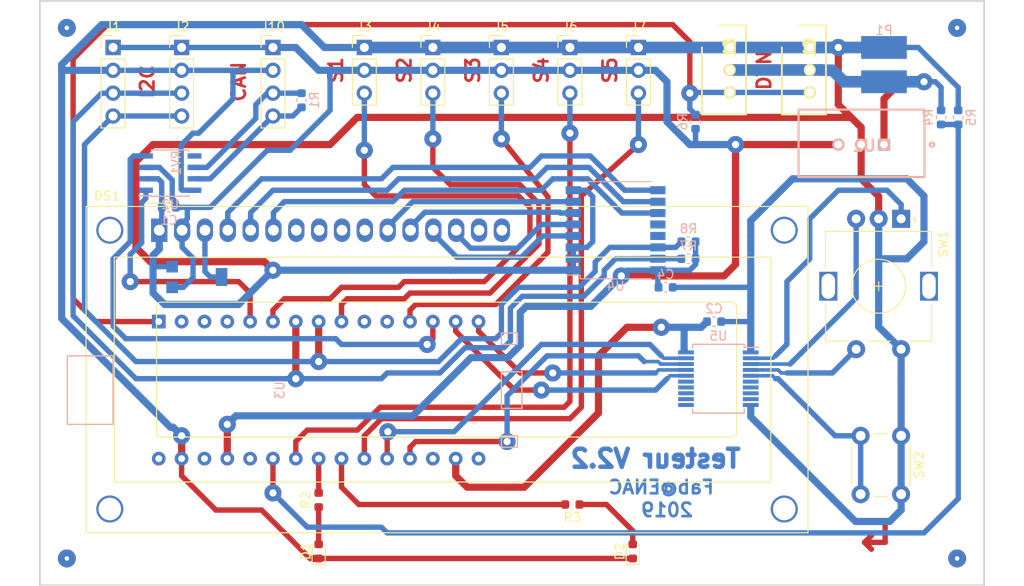
<source format=kicad_pcb>
(kicad_pcb (version 20171130) (host pcbnew 5.0.2-bee76a0~70~ubuntu18.04.1)

  (general
    (thickness 1.6)
    (drawings 16)
    (tracks 483)
    (zones 0)
    (modules 37)
    (nets 38)
  )

  (page A4)
  (title_block
    (title Testeur)
    (date 2019-09-12)
    (rev 2.2)
    (company Fabien-B)
  )

  (layers
    (0 F.Cu signal)
    (31 B.Cu signal)
    (32 B.Adhes user)
    (33 F.Adhes user)
    (34 B.Paste user)
    (35 F.Paste user)
    (36 B.SilkS user)
    (37 F.SilkS user)
    (38 B.Mask user)
    (39 F.Mask user)
    (40 Dwgs.User user)
    (41 Cmts.User user)
    (42 Eco1.User user)
    (43 Eco2.User user)
    (44 Edge.Cuts user)
    (45 Margin user)
    (46 B.CrtYd user)
    (47 F.CrtYd user)
    (48 B.Fab user)
    (49 F.Fab user)
  )

  (setup
    (last_trace_width 0.6)
    (user_trace_width 0.4)
    (user_trace_width 0.6)
    (user_trace_width 0.8)
    (user_trace_width 1.3)
    (user_trace_width 2)
    (trace_clearance 0.2)
    (zone_clearance 0.508)
    (zone_45_only no)
    (trace_min 0.2)
    (segment_width 0.2)
    (edge_width 0.15)
    (via_size 1.9)
    (via_drill 0.8)
    (via_min_size 0.4)
    (via_min_drill 0.3)
    (uvia_size 0.3)
    (uvia_drill 0.1)
    (uvias_allowed no)
    (uvia_min_size 0.2)
    (uvia_min_drill 0.1)
    (pcb_text_width 0.3)
    (pcb_text_size 1.5 1.5)
    (mod_edge_width 0.15)
    (mod_text_size 1 1)
    (mod_text_width 0.15)
    (pad_size 1.524 1.524)
    (pad_drill 0.762)
    (pad_to_mask_clearance 0.051)
    (solder_mask_min_width 0.25)
    (aux_axis_origin 0 0)
    (visible_elements FFFFFF7F)
    (pcbplotparams
      (layerselection 0x010fc_ffffffff)
      (usegerberextensions false)
      (usegerberattributes false)
      (usegerberadvancedattributes false)
      (creategerberjobfile false)
      (excludeedgelayer true)
      (linewidth 0.100000)
      (plotframeref false)
      (viasonmask false)
      (mode 1)
      (useauxorigin false)
      (hpglpennumber 1)
      (hpglpenspeed 20)
      (hpglpendiameter 15.000000)
      (psnegative false)
      (psa4output false)
      (plotreference true)
      (plotvalue true)
      (plotinvisibletext false)
      (padsonsilk false)
      (subtractmaskfromsilk false)
      (outputformat 1)
      (mirror false)
      (drillshape 1)
      (scaleselection 1)
      (outputdirectory ""))
  )

  (net 0 "")
  (net 1 GND)
  (net 2 +5V)
  (net 3 /ENC_A)
  (net 4 /ENC_B)
  (net 5 /RET_BTN)
  (net 6 /OK_BTN)
  (net 7 "Net-(D1-Pad2)")
  (net 8 "Net-(D2-Pad2)")
  (net 9 "Net-(DS1-Pad3)")
  (net 10 "Net-(DS1-Pad4)")
  (net 11 "Net-(DS1-Pad5)")
  (net 12 "Net-(DS1-Pad6)")
  (net 13 "Net-(DS1-Pad11)")
  (net 14 "Net-(DS1-Pad12)")
  (net 15 "Net-(DS1-Pad13)")
  (net 16 "Net-(DS1-Pad14)")
  (net 17 /I2C1_SDA)
  (net 18 /I2C1_SCL)
  (net 19 /SERVO1)
  (net 20 /SERVO2)
  (net 21 /SERVO3)
  (net 22 /SERVO4)
  (net 23 /SERVO5)
  (net 24 /DYNAMIXEL)
  (net 25 +12V)
  (net 26 "Net-(J10-Pad3)")
  (net 27 "Net-(J10-Pad4)")
  (net 28 "Net-(R2-Pad2)")
  (net 29 "Net-(R3-Pad2)")
  (net 30 /BAT_MEAS)
  (net 31 /CAN_TX)
  (net 32 /CAN_RX)
  (net 33 "Net-(SW1-PadS1)")
  (net 34 "Net-(SW1-PadB)")
  (net 35 "Net-(SW1-PadA)")
  (net 36 "Net-(SW2-Pad2)")
  (net 37 +3V3)

  (net_class Default "This is the default net class."
    (clearance 0.2)
    (trace_width 0.8)
    (via_dia 1.9)
    (via_drill 0.8)
    (uvia_dia 0.3)
    (uvia_drill 0.1)
    (add_net +12V)
    (add_net +3V3)
    (add_net +5V)
    (add_net /BAT_MEAS)
    (add_net /CAN_RX)
    (add_net /CAN_TX)
    (add_net /DYNAMIXEL)
    (add_net /ENC_A)
    (add_net /ENC_B)
    (add_net /I2C1_SCL)
    (add_net /I2C1_SDA)
    (add_net /OK_BTN)
    (add_net /RET_BTN)
    (add_net /SERVO1)
    (add_net /SERVO2)
    (add_net /SERVO3)
    (add_net /SERVO4)
    (add_net /SERVO5)
    (add_net GND)
    (add_net "Net-(D1-Pad2)")
    (add_net "Net-(D2-Pad2)")
    (add_net "Net-(DS1-Pad11)")
    (add_net "Net-(DS1-Pad12)")
    (add_net "Net-(DS1-Pad13)")
    (add_net "Net-(DS1-Pad14)")
    (add_net "Net-(DS1-Pad3)")
    (add_net "Net-(DS1-Pad4)")
    (add_net "Net-(DS1-Pad5)")
    (add_net "Net-(DS1-Pad6)")
    (add_net "Net-(J10-Pad3)")
    (add_net "Net-(J10-Pad4)")
    (add_net "Net-(R2-Pad2)")
    (add_net "Net-(R3-Pad2)")
    (add_net "Net-(SW1-PadA)")
    (add_net "Net-(SW1-PadB)")
    (add_net "Net-(SW1-PadS1)")
    (add_net "Net-(SW2-Pad2)")
  )

  (module Capacitor_SMD:C_0603_1608Metric (layer B.Cu) (tedit 5B301BBE) (tstamp 5D148744)
    (at 110.3375 60.96)
    (descr "Capacitor SMD 0603 (1608 Metric), square (rectangular) end terminal, IPC_7351 nominal, (Body size source: http://www.tortai-tech.com/upload/download/2011102023233369053.pdf), generated with kicad-footprint-generator")
    (tags capacitor)
    (path /5D04E6F8)
    (attr smd)
    (fp_text reference C1 (at 0 1.43) (layer B.SilkS)
      (effects (font (size 1 1) (thickness 0.15)) (justify mirror))
    )
    (fp_text value 100n (at 0 -1.43) (layer B.Fab)
      (effects (font (size 1 1) (thickness 0.15)) (justify mirror))
    )
    (fp_line (start -0.8 -0.4) (end -0.8 0.4) (layer B.Fab) (width 0.1))
    (fp_line (start -0.8 0.4) (end 0.8 0.4) (layer B.Fab) (width 0.1))
    (fp_line (start 0.8 0.4) (end 0.8 -0.4) (layer B.Fab) (width 0.1))
    (fp_line (start 0.8 -0.4) (end -0.8 -0.4) (layer B.Fab) (width 0.1))
    (fp_line (start -0.162779 0.51) (end 0.162779 0.51) (layer B.SilkS) (width 0.12))
    (fp_line (start -0.162779 -0.51) (end 0.162779 -0.51) (layer B.SilkS) (width 0.12))
    (fp_line (start -1.48 -0.73) (end -1.48 0.73) (layer B.CrtYd) (width 0.05))
    (fp_line (start -1.48 0.73) (end 1.48 0.73) (layer B.CrtYd) (width 0.05))
    (fp_line (start 1.48 0.73) (end 1.48 -0.73) (layer B.CrtYd) (width 0.05))
    (fp_line (start 1.48 -0.73) (end -1.48 -0.73) (layer B.CrtYd) (width 0.05))
    (fp_text user %R (at 0 0) (layer B.Fab)
      (effects (font (size 0.4 0.4) (thickness 0.06)) (justify mirror))
    )
    (pad 1 smd roundrect (at -0.7875 0) (size 0.875 0.95) (layers B.Cu B.Paste B.Mask) (roundrect_rratio 0.25)
      (net 1 GND))
    (pad 2 smd roundrect (at 0.7875 0) (size 0.875 0.95) (layers B.Cu B.Paste B.Mask) (roundrect_rratio 0.25)
      (net 2 +5V))
    (model ${KISYS3DMOD}/Capacitor_SMD.3dshapes/C_0603_1608Metric.wrl
      (at (xyz 0 0 0))
      (scale (xyz 1 1 1))
      (rotate (xyz 0 0 0))
    )
  )

  (module Capacitor_SMD:C_0603_1608Metric (layer B.Cu) (tedit 5B301BBE) (tstamp 5D7AB050)
    (at 165.5825 69.85 180)
    (descr "Capacitor SMD 0603 (1608 Metric), square (rectangular) end terminal, IPC_7351 nominal, (Body size source: http://www.tortai-tech.com/upload/download/2011102023233369053.pdf), generated with kicad-footprint-generator")
    (tags capacitor)
    (path /5D315B27)
    (attr smd)
    (fp_text reference C4 (at 0 1.43 180) (layer B.SilkS)
      (effects (font (size 1 1) (thickness 0.15)) (justify mirror))
    )
    (fp_text value 100n (at 0 -1.43 180) (layer B.Fab)
      (effects (font (size 1 1) (thickness 0.15)) (justify mirror))
    )
    (fp_text user %R (at 0 0 180) (layer B.Fab)
      (effects (font (size 0.4 0.4) (thickness 0.06)) (justify mirror))
    )
    (fp_line (start 1.48 -0.73) (end -1.48 -0.73) (layer B.CrtYd) (width 0.05))
    (fp_line (start 1.48 0.73) (end 1.48 -0.73) (layer B.CrtYd) (width 0.05))
    (fp_line (start -1.48 0.73) (end 1.48 0.73) (layer B.CrtYd) (width 0.05))
    (fp_line (start -1.48 -0.73) (end -1.48 0.73) (layer B.CrtYd) (width 0.05))
    (fp_line (start -0.162779 -0.51) (end 0.162779 -0.51) (layer B.SilkS) (width 0.12))
    (fp_line (start -0.162779 0.51) (end 0.162779 0.51) (layer B.SilkS) (width 0.12))
    (fp_line (start 0.8 -0.4) (end -0.8 -0.4) (layer B.Fab) (width 0.1))
    (fp_line (start 0.8 0.4) (end 0.8 -0.4) (layer B.Fab) (width 0.1))
    (fp_line (start -0.8 0.4) (end 0.8 0.4) (layer B.Fab) (width 0.1))
    (fp_line (start -0.8 -0.4) (end -0.8 0.4) (layer B.Fab) (width 0.1))
    (pad 2 smd roundrect (at 0.7875 0 180) (size 0.875 0.95) (layers B.Cu B.Paste B.Mask) (roundrect_rratio 0.25)
      (net 2 +5V))
    (pad 1 smd roundrect (at -0.7875 0 180) (size 0.875 0.95) (layers B.Cu B.Paste B.Mask) (roundrect_rratio 0.25)
      (net 1 GND))
    (model ${KISYS3DMOD}/Capacitor_SMD.3dshapes/C_0603_1608Metric.wrl
      (at (xyz 0 0 0))
      (scale (xyz 1 1 1))
      (rotate (xyz 0 0 0))
    )
  )

  (module LED_SMD:LED_0603_1608Metric (layer F.Cu) (tedit 5B301BBE) (tstamp 5D14A1D0)
    (at 127 99.2125 90)
    (descr "LED SMD 0603 (1608 Metric), square (rectangular) end terminal, IPC_7351 nominal, (Body size source: http://www.tortai-tech.com/upload/download/2011102023233369053.pdf), generated with kicad-footprint-generator")
    (tags diode)
    (path /5D256A4B)
    (attr smd)
    (fp_text reference D1 (at 0 -1.43 90) (layer F.SilkS)
      (effects (font (size 1 1) (thickness 0.15)))
    )
    (fp_text value LED (at 0 1.43 90) (layer F.Fab)
      (effects (font (size 1 1) (thickness 0.15)))
    )
    (fp_line (start 0.8 -0.4) (end -0.5 -0.4) (layer F.Fab) (width 0.1))
    (fp_line (start -0.5 -0.4) (end -0.8 -0.1) (layer F.Fab) (width 0.1))
    (fp_line (start -0.8 -0.1) (end -0.8 0.4) (layer F.Fab) (width 0.1))
    (fp_line (start -0.8 0.4) (end 0.8 0.4) (layer F.Fab) (width 0.1))
    (fp_line (start 0.8 0.4) (end 0.8 -0.4) (layer F.Fab) (width 0.1))
    (fp_line (start 0.8 -0.735) (end -1.485 -0.735) (layer F.SilkS) (width 0.12))
    (fp_line (start -1.485 -0.735) (end -1.485 0.735) (layer F.SilkS) (width 0.12))
    (fp_line (start -1.485 0.735) (end 0.8 0.735) (layer F.SilkS) (width 0.12))
    (fp_line (start -1.48 0.73) (end -1.48 -0.73) (layer F.CrtYd) (width 0.05))
    (fp_line (start -1.48 -0.73) (end 1.48 -0.73) (layer F.CrtYd) (width 0.05))
    (fp_line (start 1.48 -0.73) (end 1.48 0.73) (layer F.CrtYd) (width 0.05))
    (fp_line (start 1.48 0.73) (end -1.48 0.73) (layer F.CrtYd) (width 0.05))
    (fp_text user %R (at 0 0 90) (layer F.Fab)
      (effects (font (size 0.4 0.4) (thickness 0.06)))
    )
    (pad 1 smd roundrect (at -0.7875 0 90) (size 0.875 0.95) (layers F.Cu F.Paste F.Mask) (roundrect_rratio 0.25)
      (net 1 GND))
    (pad 2 smd roundrect (at 0.7875 0 90) (size 0.875 0.95) (layers F.Cu F.Paste F.Mask) (roundrect_rratio 0.25)
      (net 7 "Net-(D1-Pad2)"))
    (model ${KISYS3DMOD}/LED_SMD.3dshapes/LED_0603_1608Metric.wrl
      (at (xyz 0 0 0))
      (scale (xyz 1 1 1))
      (rotate (xyz 0 0 0))
    )
  )

  (module LED_SMD:LED_0603_1608Metric (layer F.Cu) (tedit 5B301BBE) (tstamp 5D14A19A)
    (at 161.925 99.2125 90)
    (descr "LED SMD 0603 (1608 Metric), square (rectangular) end terminal, IPC_7351 nominal, (Body size source: http://www.tortai-tech.com/upload/download/2011102023233369053.pdf), generated with kicad-footprint-generator")
    (tags diode)
    (path /5D256B69)
    (attr smd)
    (fp_text reference D2 (at 0 -1.43 90) (layer F.SilkS)
      (effects (font (size 1 1) (thickness 0.15)))
    )
    (fp_text value LED (at 0 1.43 90) (layer F.Fab)
      (effects (font (size 1 1) (thickness 0.15)))
    )
    (fp_text user %R (at 0 0 90) (layer F.Fab)
      (effects (font (size 0.4 0.4) (thickness 0.06)))
    )
    (fp_line (start 1.48 0.73) (end -1.48 0.73) (layer F.CrtYd) (width 0.05))
    (fp_line (start 1.48 -0.73) (end 1.48 0.73) (layer F.CrtYd) (width 0.05))
    (fp_line (start -1.48 -0.73) (end 1.48 -0.73) (layer F.CrtYd) (width 0.05))
    (fp_line (start -1.48 0.73) (end -1.48 -0.73) (layer F.CrtYd) (width 0.05))
    (fp_line (start -1.485 0.735) (end 0.8 0.735) (layer F.SilkS) (width 0.12))
    (fp_line (start -1.485 -0.735) (end -1.485 0.735) (layer F.SilkS) (width 0.12))
    (fp_line (start 0.8 -0.735) (end -1.485 -0.735) (layer F.SilkS) (width 0.12))
    (fp_line (start 0.8 0.4) (end 0.8 -0.4) (layer F.Fab) (width 0.1))
    (fp_line (start -0.8 0.4) (end 0.8 0.4) (layer F.Fab) (width 0.1))
    (fp_line (start -0.8 -0.1) (end -0.8 0.4) (layer F.Fab) (width 0.1))
    (fp_line (start -0.5 -0.4) (end -0.8 -0.1) (layer F.Fab) (width 0.1))
    (fp_line (start 0.8 -0.4) (end -0.5 -0.4) (layer F.Fab) (width 0.1))
    (pad 2 smd roundrect (at 0.7875 0 90) (size 0.875 0.95) (layers F.Cu F.Paste F.Mask) (roundrect_rratio 0.25)
      (net 8 "Net-(D2-Pad2)"))
    (pad 1 smd roundrect (at -0.7875 0 90) (size 0.875 0.95) (layers F.Cu F.Paste F.Mask) (roundrect_rratio 0.25)
      (net 1 GND))
    (model ${KISYS3DMOD}/LED_SMD.3dshapes/LED_0603_1608Metric.wrl
      (at (xyz 0 0 0))
      (scale (xyz 1 1 1))
      (rotate (xyz 0 0 0))
    )
  )

  (module Display:WC1602A (layer F.Cu) (tedit 5A02FE80) (tstamp 5D7AAF41)
    (at 109.275001 63.5)
    (descr "LCD 16x2 http://www.wincomlcd.com/pdf/WC1602A-SFYLYHTC06.pdf")
    (tags "LCD 16x2 Alphanumeric 16pin")
    (path /5D06A659)
    (fp_text reference DS1 (at -5.82 -3.81) (layer F.SilkS)
      (effects (font (size 1 1) (thickness 0.15)))
    )
    (fp_text value WC1602A (at -4.31 34.66) (layer F.Fab)
      (effects (font (size 1 1) (thickness 0.15)))
    )
    (fp_line (start -8.14 33.64) (end 72.14 33.64) (layer F.SilkS) (width 0.12))
    (fp_line (start 72.14 33.64) (end 72.14 -2.64) (layer F.SilkS) (width 0.12))
    (fp_line (start 72.14 -2.64) (end -7.34 -2.64) (layer F.SilkS) (width 0.12))
    (fp_line (start -8.14 -2.64) (end -8.14 33.64) (layer F.SilkS) (width 0.12))
    (fp_line (start -8.13 -2.64) (end -7.34 -2.64) (layer F.SilkS) (width 0.12))
    (fp_line (start -8.25 -2.75) (end -8.25 33.75) (layer F.CrtYd) (width 0.05))
    (fp_line (start -8.25 33.75) (end 72.25 33.75) (layer F.CrtYd) (width 0.05))
    (fp_line (start 72.25 -2.75) (end 72.25 33.75) (layer F.CrtYd) (width 0.05))
    (fp_line (start -1.5 -3) (end 1.5 -3) (layer F.SilkS) (width 0.12))
    (fp_line (start -8.25 -2.75) (end 72.25 -2.75) (layer F.CrtYd) (width 0.05))
    (fp_line (start 1 -2.5) (end 0 -1.5) (layer F.Fab) (width 0.1))
    (fp_line (start 0 -1.5) (end -1 -2.5) (layer F.Fab) (width 0.1))
    (fp_line (start -1 -2.5) (end -8 -2.5) (layer F.Fab) (width 0.1))
    (fp_text user %R (at 30.37 14.74) (layer F.Fab)
      (effects (font (size 1 1) (thickness 0.1)))
    )
    (fp_line (start 0.2 8) (end 63.7 8) (layer F.SilkS) (width 0.12))
    (fp_line (start -0.29972 22.49932) (end -0.29972 8.5) (layer F.SilkS) (width 0.12))
    (fp_line (start 63.70066 23) (end 0.2 23) (layer F.SilkS) (width 0.12))
    (fp_line (start 64.2 8.5) (end 64.2 22.5) (layer F.SilkS) (width 0.12))
    (fp_arc (start 63.7 8.5) (end 63.7 8) (angle 90) (layer F.SilkS) (width 0.12))
    (fp_arc (start 63.70066 22.49932) (end 64.20104 22.49932) (angle 90) (layer F.SilkS) (width 0.12))
    (fp_arc (start 0.20066 22.49932) (end 0.20066 22.9997) (angle 90) (layer F.SilkS) (width 0.12))
    (fp_arc (start 0.20066 8.49884) (end -0.29972 8.49884) (angle 90) (layer F.SilkS) (width 0.12))
    (fp_line (start -5 3) (end 68 3) (layer F.SilkS) (width 0.12))
    (fp_line (start 68 3) (end 68 28) (layer F.SilkS) (width 0.12))
    (fp_line (start 68 28) (end -5 28) (layer F.SilkS) (width 0.12))
    (fp_line (start -5 28) (end -5 3) (layer F.SilkS) (width 0.12))
    (fp_line (start 1 -2.5) (end 72 -2.5) (layer F.Fab) (width 0.1))
    (fp_line (start 72 -2.5) (end 72 33.5) (layer F.Fab) (width 0.1))
    (fp_line (start 72 33.5) (end -8 33.5) (layer F.Fab) (width 0.1))
    (fp_line (start -8 33.5) (end -8 -2.5) (layer F.Fab) (width 0.1))
    (pad 1 thru_hole rect (at 0 0) (size 1.8 2.6) (drill 1.2) (layers *.Cu *.Mask)
      (net 1 GND))
    (pad 2 thru_hole oval (at 2.54 0) (size 1.8 2.6) (drill 1.2) (layers *.Cu *.Mask)
      (net 2 +5V))
    (pad 3 thru_hole oval (at 5.08 0) (size 1.8 2.6) (drill 1.2) (layers *.Cu *.Mask)
      (net 9 "Net-(DS1-Pad3)"))
    (pad 4 thru_hole oval (at 7.62 0) (size 1.8 2.6) (drill 1.2) (layers *.Cu *.Mask)
      (net 10 "Net-(DS1-Pad4)"))
    (pad 5 thru_hole oval (at 10.16 0) (size 1.8 2.6) (drill 1.2) (layers *.Cu *.Mask)
      (net 11 "Net-(DS1-Pad5)"))
    (pad 6 thru_hole oval (at 12.7 0) (size 1.8 2.6) (drill 1.2) (layers *.Cu *.Mask)
      (net 12 "Net-(DS1-Pad6)"))
    (pad 7 thru_hole oval (at 15.24 0) (size 1.8 2.6) (drill 1.2) (layers *.Cu *.Mask))
    (pad 8 thru_hole oval (at 17.78 0) (size 1.8 2.6) (drill 1.2) (layers *.Cu *.Mask))
    (pad 9 thru_hole oval (at 20.32 0) (size 1.8 2.6) (drill 1.2) (layers *.Cu *.Mask))
    (pad 10 thru_hole oval (at 22.86 0) (size 1.8 2.6) (drill 1.2) (layers *.Cu *.Mask))
    (pad 11 thru_hole oval (at 25.4 0) (size 1.8 2.6) (drill 1.2) (layers *.Cu *.Mask)
      (net 13 "Net-(DS1-Pad11)"))
    (pad 12 thru_hole oval (at 27.94 0) (size 1.8 2.6) (drill 1.2) (layers *.Cu *.Mask)
      (net 14 "Net-(DS1-Pad12)"))
    (pad 13 thru_hole oval (at 30.48 0) (size 1.8 2.6) (drill 1.2) (layers *.Cu *.Mask)
      (net 15 "Net-(DS1-Pad13)"))
    (pad 14 thru_hole oval (at 33.02 0) (size 1.8 2.6) (drill 1.2) (layers *.Cu *.Mask)
      (net 16 "Net-(DS1-Pad14)"))
    (pad 15 thru_hole oval (at 35.56 0) (size 1.8 2.6) (drill 1.2) (layers *.Cu *.Mask))
    (pad 16 thru_hole oval (at 38.1 0) (size 1.8 2.6) (drill 1.2) (layers *.Cu *.Mask))
    (pad "" thru_hole circle (at -5.4991 0) (size 3 3) (drill 2.5) (layers *.Cu *.Mask))
    (pad "" thru_hole circle (at -5.4991 31.0007) (size 3 3) (drill 2.5) (layers *.Cu *.Mask))
    (pad "" thru_hole circle (at 69.49948 31.0007) (size 3 3) (drill 2.5) (layers *.Cu *.Mask))
    (pad "" thru_hole circle (at 69.5 0) (size 3 3) (drill 2.5) (layers *.Cu *.Mask))
    (model ${KISYS3DMOD}/Display.3dshapes/WC1602A.wrl
      (at (xyz 0 0 0))
      (scale (xyz 1 1 1))
      (rotate (xyz 0 0 0))
    )
  )

  (module Connector_PinHeader_2.54mm:PinHeader_1x04_P2.54mm_Vertical (layer F.Cu) (tedit 59FED5CC) (tstamp 5D1475C5)
    (at 104.14 43.18)
    (descr "Through hole straight pin header, 1x04, 2.54mm pitch, single row")
    (tags "Through hole pin header THT 1x04 2.54mm single row")
    (path /5D0860B8)
    (fp_text reference J1 (at 0 -2.33) (layer F.SilkS)
      (effects (font (size 1 1) (thickness 0.15)))
    )
    (fp_text value I2C_a (at 0 9.95) (layer F.Fab)
      (effects (font (size 1 1) (thickness 0.15)))
    )
    (fp_line (start -0.635 -1.27) (end 1.27 -1.27) (layer F.Fab) (width 0.1))
    (fp_line (start 1.27 -1.27) (end 1.27 8.89) (layer F.Fab) (width 0.1))
    (fp_line (start 1.27 8.89) (end -1.27 8.89) (layer F.Fab) (width 0.1))
    (fp_line (start -1.27 8.89) (end -1.27 -0.635) (layer F.Fab) (width 0.1))
    (fp_line (start -1.27 -0.635) (end -0.635 -1.27) (layer F.Fab) (width 0.1))
    (fp_line (start -1.33 8.95) (end 1.33 8.95) (layer F.SilkS) (width 0.12))
    (fp_line (start -1.33 1.27) (end -1.33 8.95) (layer F.SilkS) (width 0.12))
    (fp_line (start 1.33 1.27) (end 1.33 8.95) (layer F.SilkS) (width 0.12))
    (fp_line (start -1.33 1.27) (end 1.33 1.27) (layer F.SilkS) (width 0.12))
    (fp_line (start -1.33 0) (end -1.33 -1.33) (layer F.SilkS) (width 0.12))
    (fp_line (start -1.33 -1.33) (end 0 -1.33) (layer F.SilkS) (width 0.12))
    (fp_line (start -1.8 -1.8) (end -1.8 9.4) (layer F.CrtYd) (width 0.05))
    (fp_line (start -1.8 9.4) (end 1.8 9.4) (layer F.CrtYd) (width 0.05))
    (fp_line (start 1.8 9.4) (end 1.8 -1.8) (layer F.CrtYd) (width 0.05))
    (fp_line (start 1.8 -1.8) (end -1.8 -1.8) (layer F.CrtYd) (width 0.05))
    (fp_text user %R (at 0 3.81 90) (layer F.Fab)
      (effects (font (size 1 1) (thickness 0.15)))
    )
    (pad 1 thru_hole rect (at 0 0) (size 1.7 1.7) (drill 1) (layers *.Cu *.Mask)
      (net 2 +5V))
    (pad 2 thru_hole oval (at 0 2.54) (size 1.7 1.7) (drill 1) (layers *.Cu *.Mask)
      (net 1 GND))
    (pad 3 thru_hole oval (at 0 5.08) (size 1.7 1.7) (drill 1) (layers *.Cu *.Mask)
      (net 17 /I2C1_SDA))
    (pad 4 thru_hole oval (at 0 7.62) (size 1.7 1.7) (drill 1) (layers *.Cu *.Mask)
      (net 18 /I2C1_SCL))
    (model ${KISYS3DMOD}/Connector_PinHeader_2.54mm.3dshapes/PinHeader_1x04_P2.54mm_Vertical.wrl
      (at (xyz 0 0 0))
      (scale (xyz 1 1 1))
      (rotate (xyz 0 0 0))
    )
  )

  (module Connector_PinHeader_2.54mm:PinHeader_1x04_P2.54mm_Vertical (layer F.Cu) (tedit 59FED5CC) (tstamp 5D1475DD)
    (at 111.76 43.18)
    (descr "Through hole straight pin header, 1x04, 2.54mm pitch, single row")
    (tags "Through hole pin header THT 1x04 2.54mm single row")
    (path /5D0F8590)
    (fp_text reference J2 (at 0 -2.33) (layer F.SilkS)
      (effects (font (size 1 1) (thickness 0.15)))
    )
    (fp_text value I2C_b (at 0 9.95) (layer F.Fab)
      (effects (font (size 1 1) (thickness 0.15)))
    )
    (fp_text user %R (at 0 3.81 90) (layer F.Fab)
      (effects (font (size 1 1) (thickness 0.15)))
    )
    (fp_line (start 1.8 -1.8) (end -1.8 -1.8) (layer F.CrtYd) (width 0.05))
    (fp_line (start 1.8 9.4) (end 1.8 -1.8) (layer F.CrtYd) (width 0.05))
    (fp_line (start -1.8 9.4) (end 1.8 9.4) (layer F.CrtYd) (width 0.05))
    (fp_line (start -1.8 -1.8) (end -1.8 9.4) (layer F.CrtYd) (width 0.05))
    (fp_line (start -1.33 -1.33) (end 0 -1.33) (layer F.SilkS) (width 0.12))
    (fp_line (start -1.33 0) (end -1.33 -1.33) (layer F.SilkS) (width 0.12))
    (fp_line (start -1.33 1.27) (end 1.33 1.27) (layer F.SilkS) (width 0.12))
    (fp_line (start 1.33 1.27) (end 1.33 8.95) (layer F.SilkS) (width 0.12))
    (fp_line (start -1.33 1.27) (end -1.33 8.95) (layer F.SilkS) (width 0.12))
    (fp_line (start -1.33 8.95) (end 1.33 8.95) (layer F.SilkS) (width 0.12))
    (fp_line (start -1.27 -0.635) (end -0.635 -1.27) (layer F.Fab) (width 0.1))
    (fp_line (start -1.27 8.89) (end -1.27 -0.635) (layer F.Fab) (width 0.1))
    (fp_line (start 1.27 8.89) (end -1.27 8.89) (layer F.Fab) (width 0.1))
    (fp_line (start 1.27 -1.27) (end 1.27 8.89) (layer F.Fab) (width 0.1))
    (fp_line (start -0.635 -1.27) (end 1.27 -1.27) (layer F.Fab) (width 0.1))
    (pad 4 thru_hole oval (at 0 7.62) (size 1.7 1.7) (drill 1) (layers *.Cu *.Mask)
      (net 18 /I2C1_SCL))
    (pad 3 thru_hole oval (at 0 5.08) (size 1.7 1.7) (drill 1) (layers *.Cu *.Mask)
      (net 17 /I2C1_SDA))
    (pad 2 thru_hole oval (at 0 2.54) (size 1.7 1.7) (drill 1) (layers *.Cu *.Mask)
      (net 1 GND))
    (pad 1 thru_hole rect (at 0 0) (size 1.7 1.7) (drill 1) (layers *.Cu *.Mask)
      (net 2 +5V))
    (model ${KISYS3DMOD}/Connector_PinHeader_2.54mm.3dshapes/PinHeader_1x04_P2.54mm_Vertical.wrl
      (at (xyz 0 0 0))
      (scale (xyz 1 1 1))
      (rotate (xyz 0 0 0))
    )
  )

  (module Connector_PinHeader_2.54mm:PinHeader_1x03_P2.54mm_Vertical (layer F.Cu) (tedit 59FED5CC) (tstamp 5D1475F4)
    (at 132.08 43.18)
    (descr "Through hole straight pin header, 1x03, 2.54mm pitch, single row")
    (tags "Through hole pin header THT 1x03 2.54mm single row")
    (path /5D0B270F)
    (fp_text reference J3 (at 0 -2.33) (layer F.SilkS)
      (effects (font (size 1 1) (thickness 0.15)))
    )
    (fp_text value S1 (at 0 7.41) (layer F.Fab)
      (effects (font (size 1 1) (thickness 0.15)))
    )
    (fp_line (start -0.635 -1.27) (end 1.27 -1.27) (layer F.Fab) (width 0.1))
    (fp_line (start 1.27 -1.27) (end 1.27 6.35) (layer F.Fab) (width 0.1))
    (fp_line (start 1.27 6.35) (end -1.27 6.35) (layer F.Fab) (width 0.1))
    (fp_line (start -1.27 6.35) (end -1.27 -0.635) (layer F.Fab) (width 0.1))
    (fp_line (start -1.27 -0.635) (end -0.635 -1.27) (layer F.Fab) (width 0.1))
    (fp_line (start -1.33 6.41) (end 1.33 6.41) (layer F.SilkS) (width 0.12))
    (fp_line (start -1.33 1.27) (end -1.33 6.41) (layer F.SilkS) (width 0.12))
    (fp_line (start 1.33 1.27) (end 1.33 6.41) (layer F.SilkS) (width 0.12))
    (fp_line (start -1.33 1.27) (end 1.33 1.27) (layer F.SilkS) (width 0.12))
    (fp_line (start -1.33 0) (end -1.33 -1.33) (layer F.SilkS) (width 0.12))
    (fp_line (start -1.33 -1.33) (end 0 -1.33) (layer F.SilkS) (width 0.12))
    (fp_line (start -1.8 -1.8) (end -1.8 6.85) (layer F.CrtYd) (width 0.05))
    (fp_line (start -1.8 6.85) (end 1.8 6.85) (layer F.CrtYd) (width 0.05))
    (fp_line (start 1.8 6.85) (end 1.8 -1.8) (layer F.CrtYd) (width 0.05))
    (fp_line (start 1.8 -1.8) (end -1.8 -1.8) (layer F.CrtYd) (width 0.05))
    (fp_text user %R (at 0 2.54 90) (layer F.Fab)
      (effects (font (size 1 1) (thickness 0.15)))
    )
    (pad 1 thru_hole rect (at 0 0) (size 1.7 1.7) (drill 1) (layers *.Cu *.Mask)
      (net 1 GND))
    (pad 2 thru_hole oval (at 0 2.54) (size 1.7 1.7) (drill 1) (layers *.Cu *.Mask)
      (net 2 +5V))
    (pad 3 thru_hole oval (at 0 5.08) (size 1.7 1.7) (drill 1) (layers *.Cu *.Mask)
      (net 19 /SERVO1))
    (model ${KISYS3DMOD}/Connector_PinHeader_2.54mm.3dshapes/PinHeader_1x03_P2.54mm_Vertical.wrl
      (at (xyz 0 0 0))
      (scale (xyz 1 1 1))
      (rotate (xyz 0 0 0))
    )
  )

  (module Connector_PinHeader_2.54mm:PinHeader_1x03_P2.54mm_Vertical (layer F.Cu) (tedit 59FED5CC) (tstamp 5D14760B)
    (at 139.7 43.18)
    (descr "Through hole straight pin header, 1x03, 2.54mm pitch, single row")
    (tags "Through hole pin header THT 1x03 2.54mm single row")
    (path /5D0B28DA)
    (fp_text reference J4 (at 0 -2.33) (layer F.SilkS)
      (effects (font (size 1 1) (thickness 0.15)))
    )
    (fp_text value S2 (at 0 7.41) (layer F.Fab)
      (effects (font (size 1 1) (thickness 0.15)))
    )
    (fp_text user %R (at 0 2.54 90) (layer F.Fab)
      (effects (font (size 1 1) (thickness 0.15)))
    )
    (fp_line (start 1.8 -1.8) (end -1.8 -1.8) (layer F.CrtYd) (width 0.05))
    (fp_line (start 1.8 6.85) (end 1.8 -1.8) (layer F.CrtYd) (width 0.05))
    (fp_line (start -1.8 6.85) (end 1.8 6.85) (layer F.CrtYd) (width 0.05))
    (fp_line (start -1.8 -1.8) (end -1.8 6.85) (layer F.CrtYd) (width 0.05))
    (fp_line (start -1.33 -1.33) (end 0 -1.33) (layer F.SilkS) (width 0.12))
    (fp_line (start -1.33 0) (end -1.33 -1.33) (layer F.SilkS) (width 0.12))
    (fp_line (start -1.33 1.27) (end 1.33 1.27) (layer F.SilkS) (width 0.12))
    (fp_line (start 1.33 1.27) (end 1.33 6.41) (layer F.SilkS) (width 0.12))
    (fp_line (start -1.33 1.27) (end -1.33 6.41) (layer F.SilkS) (width 0.12))
    (fp_line (start -1.33 6.41) (end 1.33 6.41) (layer F.SilkS) (width 0.12))
    (fp_line (start -1.27 -0.635) (end -0.635 -1.27) (layer F.Fab) (width 0.1))
    (fp_line (start -1.27 6.35) (end -1.27 -0.635) (layer F.Fab) (width 0.1))
    (fp_line (start 1.27 6.35) (end -1.27 6.35) (layer F.Fab) (width 0.1))
    (fp_line (start 1.27 -1.27) (end 1.27 6.35) (layer F.Fab) (width 0.1))
    (fp_line (start -0.635 -1.27) (end 1.27 -1.27) (layer F.Fab) (width 0.1))
    (pad 3 thru_hole oval (at 0 5.08) (size 1.7 1.7) (drill 1) (layers *.Cu *.Mask)
      (net 20 /SERVO2))
    (pad 2 thru_hole oval (at 0 2.54) (size 1.7 1.7) (drill 1) (layers *.Cu *.Mask)
      (net 2 +5V))
    (pad 1 thru_hole rect (at 0 0) (size 1.7 1.7) (drill 1) (layers *.Cu *.Mask)
      (net 1 GND))
    (model ${KISYS3DMOD}/Connector_PinHeader_2.54mm.3dshapes/PinHeader_1x03_P2.54mm_Vertical.wrl
      (at (xyz 0 0 0))
      (scale (xyz 1 1 1))
      (rotate (xyz 0 0 0))
    )
  )

  (module Connector_PinHeader_2.54mm:PinHeader_1x03_P2.54mm_Vertical (layer F.Cu) (tedit 59FED5CC) (tstamp 5D147622)
    (at 147.32 43.18)
    (descr "Through hole straight pin header, 1x03, 2.54mm pitch, single row")
    (tags "Through hole pin header THT 1x03 2.54mm single row")
    (path /5D0B2AA8)
    (fp_text reference J5 (at 0 -2.33) (layer F.SilkS)
      (effects (font (size 1 1) (thickness 0.15)))
    )
    (fp_text value S3 (at 0 7.41) (layer F.Fab)
      (effects (font (size 1 1) (thickness 0.15)))
    )
    (fp_line (start -0.635 -1.27) (end 1.27 -1.27) (layer F.Fab) (width 0.1))
    (fp_line (start 1.27 -1.27) (end 1.27 6.35) (layer F.Fab) (width 0.1))
    (fp_line (start 1.27 6.35) (end -1.27 6.35) (layer F.Fab) (width 0.1))
    (fp_line (start -1.27 6.35) (end -1.27 -0.635) (layer F.Fab) (width 0.1))
    (fp_line (start -1.27 -0.635) (end -0.635 -1.27) (layer F.Fab) (width 0.1))
    (fp_line (start -1.33 6.41) (end 1.33 6.41) (layer F.SilkS) (width 0.12))
    (fp_line (start -1.33 1.27) (end -1.33 6.41) (layer F.SilkS) (width 0.12))
    (fp_line (start 1.33 1.27) (end 1.33 6.41) (layer F.SilkS) (width 0.12))
    (fp_line (start -1.33 1.27) (end 1.33 1.27) (layer F.SilkS) (width 0.12))
    (fp_line (start -1.33 0) (end -1.33 -1.33) (layer F.SilkS) (width 0.12))
    (fp_line (start -1.33 -1.33) (end 0 -1.33) (layer F.SilkS) (width 0.12))
    (fp_line (start -1.8 -1.8) (end -1.8 6.85) (layer F.CrtYd) (width 0.05))
    (fp_line (start -1.8 6.85) (end 1.8 6.85) (layer F.CrtYd) (width 0.05))
    (fp_line (start 1.8 6.85) (end 1.8 -1.8) (layer F.CrtYd) (width 0.05))
    (fp_line (start 1.8 -1.8) (end -1.8 -1.8) (layer F.CrtYd) (width 0.05))
    (fp_text user %R (at 0 2.54 90) (layer F.Fab)
      (effects (font (size 1 1) (thickness 0.15)))
    )
    (pad 1 thru_hole rect (at 0 0) (size 1.7 1.7) (drill 1) (layers *.Cu *.Mask)
      (net 1 GND))
    (pad 2 thru_hole oval (at 0 2.54) (size 1.7 1.7) (drill 1) (layers *.Cu *.Mask)
      (net 2 +5V))
    (pad 3 thru_hole oval (at 0 5.08) (size 1.7 1.7) (drill 1) (layers *.Cu *.Mask)
      (net 21 /SERVO3))
    (model ${KISYS3DMOD}/Connector_PinHeader_2.54mm.3dshapes/PinHeader_1x03_P2.54mm_Vertical.wrl
      (at (xyz 0 0 0))
      (scale (xyz 1 1 1))
      (rotate (xyz 0 0 0))
    )
  )

  (module Connector_PinHeader_2.54mm:PinHeader_1x03_P2.54mm_Vertical (layer F.Cu) (tedit 59FED5CC) (tstamp 5D147639)
    (at 154.94 43.18)
    (descr "Through hole straight pin header, 1x03, 2.54mm pitch, single row")
    (tags "Through hole pin header THT 1x03 2.54mm single row")
    (path /5D0B9587)
    (fp_text reference J6 (at 0 -2.33) (layer F.SilkS)
      (effects (font (size 1 1) (thickness 0.15)))
    )
    (fp_text value S4 (at 0 7.41) (layer F.Fab)
      (effects (font (size 1 1) (thickness 0.15)))
    )
    (fp_text user %R (at 0 2.54 90) (layer F.Fab)
      (effects (font (size 1 1) (thickness 0.15)))
    )
    (fp_line (start 1.8 -1.8) (end -1.8 -1.8) (layer F.CrtYd) (width 0.05))
    (fp_line (start 1.8 6.85) (end 1.8 -1.8) (layer F.CrtYd) (width 0.05))
    (fp_line (start -1.8 6.85) (end 1.8 6.85) (layer F.CrtYd) (width 0.05))
    (fp_line (start -1.8 -1.8) (end -1.8 6.85) (layer F.CrtYd) (width 0.05))
    (fp_line (start -1.33 -1.33) (end 0 -1.33) (layer F.SilkS) (width 0.12))
    (fp_line (start -1.33 0) (end -1.33 -1.33) (layer F.SilkS) (width 0.12))
    (fp_line (start -1.33 1.27) (end 1.33 1.27) (layer F.SilkS) (width 0.12))
    (fp_line (start 1.33 1.27) (end 1.33 6.41) (layer F.SilkS) (width 0.12))
    (fp_line (start -1.33 1.27) (end -1.33 6.41) (layer F.SilkS) (width 0.12))
    (fp_line (start -1.33 6.41) (end 1.33 6.41) (layer F.SilkS) (width 0.12))
    (fp_line (start -1.27 -0.635) (end -0.635 -1.27) (layer F.Fab) (width 0.1))
    (fp_line (start -1.27 6.35) (end -1.27 -0.635) (layer F.Fab) (width 0.1))
    (fp_line (start 1.27 6.35) (end -1.27 6.35) (layer F.Fab) (width 0.1))
    (fp_line (start 1.27 -1.27) (end 1.27 6.35) (layer F.Fab) (width 0.1))
    (fp_line (start -0.635 -1.27) (end 1.27 -1.27) (layer F.Fab) (width 0.1))
    (pad 3 thru_hole oval (at 0 5.08) (size 1.7 1.7) (drill 1) (layers *.Cu *.Mask)
      (net 22 /SERVO4))
    (pad 2 thru_hole oval (at 0 2.54) (size 1.7 1.7) (drill 1) (layers *.Cu *.Mask)
      (net 2 +5V))
    (pad 1 thru_hole rect (at 0 0) (size 1.7 1.7) (drill 1) (layers *.Cu *.Mask)
      (net 1 GND))
    (model ${KISYS3DMOD}/Connector_PinHeader_2.54mm.3dshapes/PinHeader_1x03_P2.54mm_Vertical.wrl
      (at (xyz 0 0 0))
      (scale (xyz 1 1 1))
      (rotate (xyz 0 0 0))
    )
  )

  (module Connector_PinHeader_2.54mm:PinHeader_1x03_P2.54mm_Vertical (layer F.Cu) (tedit 59FED5CC) (tstamp 5D147650)
    (at 162.56 43.18)
    (descr "Through hole straight pin header, 1x03, 2.54mm pitch, single row")
    (tags "Through hole pin header THT 1x03 2.54mm single row")
    (path /5D0B96E9)
    (fp_text reference J7 (at 0 -2.33) (layer F.SilkS)
      (effects (font (size 1 1) (thickness 0.15)))
    )
    (fp_text value S5 (at 0 7.41) (layer F.Fab)
      (effects (font (size 1 1) (thickness 0.15)))
    )
    (fp_line (start -0.635 -1.27) (end 1.27 -1.27) (layer F.Fab) (width 0.1))
    (fp_line (start 1.27 -1.27) (end 1.27 6.35) (layer F.Fab) (width 0.1))
    (fp_line (start 1.27 6.35) (end -1.27 6.35) (layer F.Fab) (width 0.1))
    (fp_line (start -1.27 6.35) (end -1.27 -0.635) (layer F.Fab) (width 0.1))
    (fp_line (start -1.27 -0.635) (end -0.635 -1.27) (layer F.Fab) (width 0.1))
    (fp_line (start -1.33 6.41) (end 1.33 6.41) (layer F.SilkS) (width 0.12))
    (fp_line (start -1.33 1.27) (end -1.33 6.41) (layer F.SilkS) (width 0.12))
    (fp_line (start 1.33 1.27) (end 1.33 6.41) (layer F.SilkS) (width 0.12))
    (fp_line (start -1.33 1.27) (end 1.33 1.27) (layer F.SilkS) (width 0.12))
    (fp_line (start -1.33 0) (end -1.33 -1.33) (layer F.SilkS) (width 0.12))
    (fp_line (start -1.33 -1.33) (end 0 -1.33) (layer F.SilkS) (width 0.12))
    (fp_line (start -1.8 -1.8) (end -1.8 6.85) (layer F.CrtYd) (width 0.05))
    (fp_line (start -1.8 6.85) (end 1.8 6.85) (layer F.CrtYd) (width 0.05))
    (fp_line (start 1.8 6.85) (end 1.8 -1.8) (layer F.CrtYd) (width 0.05))
    (fp_line (start 1.8 -1.8) (end -1.8 -1.8) (layer F.CrtYd) (width 0.05))
    (fp_text user %R (at 0 2.54 90) (layer F.Fab)
      (effects (font (size 1 1) (thickness 0.15)))
    )
    (pad 1 thru_hole rect (at 0 0) (size 1.7 1.7) (drill 1) (layers *.Cu *.Mask)
      (net 1 GND))
    (pad 2 thru_hole oval (at 0 2.54) (size 1.7 1.7) (drill 1) (layers *.Cu *.Mask)
      (net 2 +5V))
    (pad 3 thru_hole oval (at 0 5.08) (size 1.7 1.7) (drill 1) (layers *.Cu *.Mask)
      (net 23 /SERVO5))
    (model ${KISYS3DMOD}/Connector_PinHeader_2.54mm.3dshapes/PinHeader_1x03_P2.54mm_Vertical.wrl
      (at (xyz 0 0 0))
      (scale (xyz 1 1 1))
      (rotate (xyz 0 0 0))
    )
  )

  (module myFootprints:SHDR3W70P0X250_1X3_990X490X590P (layer F.Cu) (tedit 5C94FC85) (tstamp 5D14FB78)
    (at 172.72 43.18 90)
    (descr 22-03-5035)
    (tags Connector)
    (path /5D1085D7)
    (fp_text reference J8 (at 0 0 90) (layer F.SilkS)
      (effects (font (size 1.27 1.27) (thickness 0.254)))
    )
    (fp_text value 22-03-5035 (at 0 0 90) (layer F.SilkS) hide
      (effects (font (size 1.27 1.27) (thickness 0.254)))
    )
    (fp_line (start 2.45 1.8) (end 2.45 -1.3) (layer F.SilkS) (width 0.2))
    (fp_line (start -7.45 1.8) (end 2.45 1.8) (layer F.SilkS) (width 0.2))
    (fp_line (start -7.45 -3.1) (end -7.45 1.8) (layer F.SilkS) (width 0.2))
    (fp_line (start 0 -3.1) (end -7.45 -3.1) (layer F.SilkS) (width 0.2))
    (fp_line (start 2.45 1.8) (end 2.45 -3.1) (layer Dwgs.User) (width 0.1))
    (fp_line (start -7.45 1.8) (end 2.45 1.8) (layer Dwgs.User) (width 0.1))
    (fp_line (start -7.45 -3.1) (end -7.45 1.8) (layer Dwgs.User) (width 0.1))
    (fp_line (start 2.45 -3.1) (end -7.45 -3.1) (layer Dwgs.User) (width 0.1))
    (fp_line (start 2.7 2) (end 2.7 -3.4) (layer Dwgs.User) (width 0.05))
    (fp_line (start -7.7 2) (end 2.7 2) (layer Dwgs.User) (width 0.05))
    (fp_line (start -7.7 -3.4) (end -7.7 2) (layer Dwgs.User) (width 0.05))
    (fp_line (start 2.7 -3.4) (end -7.7 -3.4) (layer Dwgs.User) (width 0.05))
    (pad 3 thru_hole circle (at -5 0 180) (size 1.35 1.35) (drill 0.9) (layers *.Cu *.Mask F.SilkS)
      (net 24 /DYNAMIXEL))
    (pad 2 thru_hole circle (at -2.5 0 180) (size 1.35 1.35) (drill 0.9) (layers *.Cu *.Mask F.SilkS)
      (net 25 +12V))
    (pad 1 thru_hole rect (at 0 0 180) (size 1.35 1.35) (drill 0.9) (layers *.Cu *.Mask F.SilkS)
      (net 1 GND))
    (model ${CUSTOM_3D}/022035035.stp.wrl
      (at (xyz 0 0 0))
      (scale (xyz 1 1 1))
      (rotate (xyz 0 0 0))
    )
  )

  (module myFootprints:SHDR3W70P0X250_1X3_990X490X590P (layer F.Cu) (tedit 5C94FC85) (tstamp 5D147676)
    (at 181.61 43.18 90)
    (descr 22-03-5035)
    (tags Connector)
    (path /5D130EDD)
    (fp_text reference J9 (at 0 0 90) (layer F.SilkS)
      (effects (font (size 1.27 1.27) (thickness 0.254)))
    )
    (fp_text value 22-03-5035 (at 0 0 90) (layer F.SilkS) hide
      (effects (font (size 1.27 1.27) (thickness 0.254)))
    )
    (fp_line (start 2.7 -3.4) (end -7.7 -3.4) (layer Dwgs.User) (width 0.05))
    (fp_line (start -7.7 -3.4) (end -7.7 2) (layer Dwgs.User) (width 0.05))
    (fp_line (start -7.7 2) (end 2.7 2) (layer Dwgs.User) (width 0.05))
    (fp_line (start 2.7 2) (end 2.7 -3.4) (layer Dwgs.User) (width 0.05))
    (fp_line (start 2.45 -3.1) (end -7.45 -3.1) (layer Dwgs.User) (width 0.1))
    (fp_line (start -7.45 -3.1) (end -7.45 1.8) (layer Dwgs.User) (width 0.1))
    (fp_line (start -7.45 1.8) (end 2.45 1.8) (layer Dwgs.User) (width 0.1))
    (fp_line (start 2.45 1.8) (end 2.45 -3.1) (layer Dwgs.User) (width 0.1))
    (fp_line (start 0 -3.1) (end -7.45 -3.1) (layer F.SilkS) (width 0.2))
    (fp_line (start -7.45 -3.1) (end -7.45 1.8) (layer F.SilkS) (width 0.2))
    (fp_line (start -7.45 1.8) (end 2.45 1.8) (layer F.SilkS) (width 0.2))
    (fp_line (start 2.45 1.8) (end 2.45 -1.3) (layer F.SilkS) (width 0.2))
    (pad 1 thru_hole rect (at 0 0 180) (size 1.35 1.35) (drill 0.9) (layers *.Cu *.Mask F.SilkS)
      (net 1 GND))
    (pad 2 thru_hole circle (at -2.5 0 180) (size 1.35 1.35) (drill 0.9) (layers *.Cu *.Mask F.SilkS)
      (net 25 +12V))
    (pad 3 thru_hole circle (at -5 0 180) (size 1.35 1.35) (drill 0.9) (layers *.Cu *.Mask F.SilkS)
      (net 24 /DYNAMIXEL))
    (model ${CUSTOM_3D}/022035035.stp.wrl
      (at (xyz 0 0 0))
      (scale (xyz 1 1 1))
      (rotate (xyz 0 0 0))
    )
  )

  (module Connector_PinHeader_2.54mm:PinHeader_1x04_P2.54mm_Vertical (layer F.Cu) (tedit 59FED5CC) (tstamp 5D14821B)
    (at 121.92 43.18)
    (descr "Through hole straight pin header, 1x04, 2.54mm pitch, single row")
    (tags "Through hole pin header THT 1x04 2.54mm single row")
    (path /5D09A643)
    (fp_text reference J10 (at 0 -2.33) (layer F.SilkS)
      (effects (font (size 1 1) (thickness 0.15)))
    )
    (fp_text value CAN (at 0 9.95) (layer F.Fab)
      (effects (font (size 1 1) (thickness 0.15)))
    )
    (fp_line (start -0.635 -1.27) (end 1.27 -1.27) (layer F.Fab) (width 0.1))
    (fp_line (start 1.27 -1.27) (end 1.27 8.89) (layer F.Fab) (width 0.1))
    (fp_line (start 1.27 8.89) (end -1.27 8.89) (layer F.Fab) (width 0.1))
    (fp_line (start -1.27 8.89) (end -1.27 -0.635) (layer F.Fab) (width 0.1))
    (fp_line (start -1.27 -0.635) (end -0.635 -1.27) (layer F.Fab) (width 0.1))
    (fp_line (start -1.33 8.95) (end 1.33 8.95) (layer F.SilkS) (width 0.12))
    (fp_line (start -1.33 1.27) (end -1.33 8.95) (layer F.SilkS) (width 0.12))
    (fp_line (start 1.33 1.27) (end 1.33 8.95) (layer F.SilkS) (width 0.12))
    (fp_line (start -1.33 1.27) (end 1.33 1.27) (layer F.SilkS) (width 0.12))
    (fp_line (start -1.33 0) (end -1.33 -1.33) (layer F.SilkS) (width 0.12))
    (fp_line (start -1.33 -1.33) (end 0 -1.33) (layer F.SilkS) (width 0.12))
    (fp_line (start -1.8 -1.8) (end -1.8 9.4) (layer F.CrtYd) (width 0.05))
    (fp_line (start -1.8 9.4) (end 1.8 9.4) (layer F.CrtYd) (width 0.05))
    (fp_line (start 1.8 9.4) (end 1.8 -1.8) (layer F.CrtYd) (width 0.05))
    (fp_line (start 1.8 -1.8) (end -1.8 -1.8) (layer F.CrtYd) (width 0.05))
    (fp_text user %R (at 0 3.81 90) (layer F.Fab)
      (effects (font (size 1 1) (thickness 0.15)))
    )
    (pad 1 thru_hole rect (at 0 0) (size 1.7 1.7) (drill 1) (layers *.Cu *.Mask)
      (net 2 +5V))
    (pad 2 thru_hole oval (at 0 2.54) (size 1.7 1.7) (drill 1) (layers *.Cu *.Mask)
      (net 1 GND))
    (pad 3 thru_hole oval (at 0 5.08) (size 1.7 1.7) (drill 1) (layers *.Cu *.Mask)
      (net 26 "Net-(J10-Pad3)"))
    (pad 4 thru_hole oval (at 0 7.62) (size 1.7 1.7) (drill 1) (layers *.Cu *.Mask)
      (net 27 "Net-(J10-Pad4)"))
    (model ${KISYS3DMOD}/Connector_PinHeader_2.54mm.3dshapes/PinHeader_1x04_P2.54mm_Vertical.wrl
      (at (xyz 0 0 0))
      (scale (xyz 1 1 1))
      (rotate (xyz 0 0 0))
    )
  )

  (module myFootprints:Power_pads (layer B.Cu) (tedit 5D03F5CA) (tstamp 5D147694)
    (at 189.865 45.085 180)
    (path /5D149DE1)
    (fp_text reference P1 (at 0 3.81 180) (layer B.SilkS)
      (effects (font (size 1 1) (thickness 0.15)) (justify mirror))
    )
    (fp_text value Power_pads (at 0 0 180) (layer B.Fab)
      (effects (font (size 1 1) (thickness 0.15)) (justify mirror))
    )
    (pad 1 smd rect (at 0 1.905 180) (size 5.08 2.54) (layers B.Cu B.Paste B.Mask)
      (net 1 GND))
    (pad 2 smd rect (at 0 -1.905 180) (size 5.08 2.54) (layers B.Cu B.Paste B.Mask)
      (net 25 +12V))
  )

  (module Resistor_SMD:R_0603_1608Metric (layer B.Cu) (tedit 5B301BBD) (tstamp 5D14A07D)
    (at 125.095 49.0475 90)
    (descr "Resistor SMD 0603 (1608 Metric), square (rectangular) end terminal, IPC_7351 nominal, (Body size source: http://www.tortai-tech.com/upload/download/2011102023233369053.pdf), generated with kicad-footprint-generator")
    (tags resistor)
    (path /5D0534DC)
    (attr smd)
    (fp_text reference R1 (at 0 1.43 90) (layer B.SilkS)
      (effects (font (size 1 1) (thickness 0.15)) (justify mirror))
    )
    (fp_text value 120 (at 0 -1.43 90) (layer B.Fab)
      (effects (font (size 1 1) (thickness 0.15)) (justify mirror))
    )
    (fp_text user %R (at 0 0 90) (layer B.Fab)
      (effects (font (size 0.4 0.4) (thickness 0.06)) (justify mirror))
    )
    (fp_line (start 1.48 -0.73) (end -1.48 -0.73) (layer B.CrtYd) (width 0.05))
    (fp_line (start 1.48 0.73) (end 1.48 -0.73) (layer B.CrtYd) (width 0.05))
    (fp_line (start -1.48 0.73) (end 1.48 0.73) (layer B.CrtYd) (width 0.05))
    (fp_line (start -1.48 -0.73) (end -1.48 0.73) (layer B.CrtYd) (width 0.05))
    (fp_line (start -0.162779 -0.51) (end 0.162779 -0.51) (layer B.SilkS) (width 0.12))
    (fp_line (start -0.162779 0.51) (end 0.162779 0.51) (layer B.SilkS) (width 0.12))
    (fp_line (start 0.8 -0.4) (end -0.8 -0.4) (layer B.Fab) (width 0.1))
    (fp_line (start 0.8 0.4) (end 0.8 -0.4) (layer B.Fab) (width 0.1))
    (fp_line (start -0.8 0.4) (end 0.8 0.4) (layer B.Fab) (width 0.1))
    (fp_line (start -0.8 -0.4) (end -0.8 0.4) (layer B.Fab) (width 0.1))
    (pad 2 smd roundrect (at 0.7875 0 90) (size 0.875 0.95) (layers B.Cu B.Paste B.Mask) (roundrect_rratio 0.25)
      (net 26 "Net-(J10-Pad3)"))
    (pad 1 smd roundrect (at -0.7875 0 90) (size 0.875 0.95) (layers B.Cu B.Paste B.Mask) (roundrect_rratio 0.25)
      (net 27 "Net-(J10-Pad4)"))
    (model ${KISYS3DMOD}/Resistor_SMD.3dshapes/R_0603_1608Metric.wrl
      (at (xyz 0 0 0))
      (scale (xyz 1 1 1))
      (rotate (xyz 0 0 0))
    )
  )

  (module Resistor_SMD:R_0603_1608Metric (layer F.Cu) (tedit 5B301BBD) (tstamp 5D1476B6)
    (at 127 93.4975 90)
    (descr "Resistor SMD 0603 (1608 Metric), square (rectangular) end terminal, IPC_7351 nominal, (Body size source: http://www.tortai-tech.com/upload/download/2011102023233369053.pdf), generated with kicad-footprint-generator")
    (tags resistor)
    (path /5D25690F)
    (attr smd)
    (fp_text reference R2 (at 0 -1.43 90) (layer F.SilkS)
      (effects (font (size 1 1) (thickness 0.15)))
    )
    (fp_text value R (at 0 1.43 90) (layer F.Fab)
      (effects (font (size 1 1) (thickness 0.15)))
    )
    (fp_line (start -0.8 0.4) (end -0.8 -0.4) (layer F.Fab) (width 0.1))
    (fp_line (start -0.8 -0.4) (end 0.8 -0.4) (layer F.Fab) (width 0.1))
    (fp_line (start 0.8 -0.4) (end 0.8 0.4) (layer F.Fab) (width 0.1))
    (fp_line (start 0.8 0.4) (end -0.8 0.4) (layer F.Fab) (width 0.1))
    (fp_line (start -0.162779 -0.51) (end 0.162779 -0.51) (layer F.SilkS) (width 0.12))
    (fp_line (start -0.162779 0.51) (end 0.162779 0.51) (layer F.SilkS) (width 0.12))
    (fp_line (start -1.48 0.73) (end -1.48 -0.73) (layer F.CrtYd) (width 0.05))
    (fp_line (start -1.48 -0.73) (end 1.48 -0.73) (layer F.CrtYd) (width 0.05))
    (fp_line (start 1.48 -0.73) (end 1.48 0.73) (layer F.CrtYd) (width 0.05))
    (fp_line (start 1.48 0.73) (end -1.48 0.73) (layer F.CrtYd) (width 0.05))
    (fp_text user %R (at 0 0 90) (layer F.Fab)
      (effects (font (size 0.4 0.4) (thickness 0.06)))
    )
    (pad 1 smd roundrect (at -0.7875 0 90) (size 0.875 0.95) (layers F.Cu F.Paste F.Mask) (roundrect_rratio 0.25)
      (net 7 "Net-(D1-Pad2)"))
    (pad 2 smd roundrect (at 0.7875 0 90) (size 0.875 0.95) (layers F.Cu F.Paste F.Mask) (roundrect_rratio 0.25)
      (net 28 "Net-(R2-Pad2)"))
    (model ${KISYS3DMOD}/Resistor_SMD.3dshapes/R_0603_1608Metric.wrl
      (at (xyz 0 0 0))
      (scale (xyz 1 1 1))
      (rotate (xyz 0 0 0))
    )
  )

  (module Resistor_SMD:R_0603_1608Metric (layer F.Cu) (tedit 5B301BBD) (tstamp 5D1476C7)
    (at 155.2125 94 180)
    (descr "Resistor SMD 0603 (1608 Metric), square (rectangular) end terminal, IPC_7351 nominal, (Body size source: http://www.tortai-tech.com/upload/download/2011102023233369053.pdf), generated with kicad-footprint-generator")
    (tags resistor)
    (path /5D2A190A)
    (attr smd)
    (fp_text reference R3 (at 0 -1.43 180) (layer F.SilkS)
      (effects (font (size 1 1) (thickness 0.15)))
    )
    (fp_text value R (at 0 1.43 180) (layer F.Fab)
      (effects (font (size 1 1) (thickness 0.15)))
    )
    (fp_line (start -0.8 0.4) (end -0.8 -0.4) (layer F.Fab) (width 0.1))
    (fp_line (start -0.8 -0.4) (end 0.8 -0.4) (layer F.Fab) (width 0.1))
    (fp_line (start 0.8 -0.4) (end 0.8 0.4) (layer F.Fab) (width 0.1))
    (fp_line (start 0.8 0.4) (end -0.8 0.4) (layer F.Fab) (width 0.1))
    (fp_line (start -0.162779 -0.51) (end 0.162779 -0.51) (layer F.SilkS) (width 0.12))
    (fp_line (start -0.162779 0.51) (end 0.162779 0.51) (layer F.SilkS) (width 0.12))
    (fp_line (start -1.48 0.73) (end -1.48 -0.73) (layer F.CrtYd) (width 0.05))
    (fp_line (start -1.48 -0.73) (end 1.48 -0.73) (layer F.CrtYd) (width 0.05))
    (fp_line (start 1.48 -0.73) (end 1.48 0.73) (layer F.CrtYd) (width 0.05))
    (fp_line (start 1.48 0.73) (end -1.48 0.73) (layer F.CrtYd) (width 0.05))
    (fp_text user %R (at 0 0 180) (layer F.Fab)
      (effects (font (size 0.4 0.4) (thickness 0.06)))
    )
    (pad 1 smd roundrect (at -0.7875 0 180) (size 0.875 0.95) (layers F.Cu F.Paste F.Mask) (roundrect_rratio 0.25)
      (net 8 "Net-(D2-Pad2)"))
    (pad 2 smd roundrect (at 0.7875 0 180) (size 0.875 0.95) (layers F.Cu F.Paste F.Mask) (roundrect_rratio 0.25)
      (net 29 "Net-(R3-Pad2)"))
    (model ${KISYS3DMOD}/Resistor_SMD.3dshapes/R_0603_1608Metric.wrl
      (at (xyz 0 0 0))
      (scale (xyz 1 1 1))
      (rotate (xyz 0 0 0))
    )
  )

  (module Resistor_SMD:R_0603_1608Metric (layer B.Cu) (tedit 5B301BBD) (tstamp 5D1476D8)
    (at 196.215 50.9525 270)
    (descr "Resistor SMD 0603 (1608 Metric), square (rectangular) end terminal, IPC_7351 nominal, (Body size source: http://www.tortai-tech.com/upload/download/2011102023233369053.pdf), generated with kicad-footprint-generator")
    (tags resistor)
    (path /5D047103)
    (attr smd)
    (fp_text reference R4 (at 0 1.43 270) (layer B.SilkS)
      (effects (font (size 1 1) (thickness 0.15)) (justify mirror))
    )
    (fp_text value 10k (at 0 -1.43 270) (layer B.Fab)
      (effects (font (size 1 1) (thickness 0.15)) (justify mirror))
    )
    (fp_text user %R (at 0 0 270) (layer B.Fab)
      (effects (font (size 0.4 0.4) (thickness 0.06)) (justify mirror))
    )
    (fp_line (start 1.48 -0.73) (end -1.48 -0.73) (layer B.CrtYd) (width 0.05))
    (fp_line (start 1.48 0.73) (end 1.48 -0.73) (layer B.CrtYd) (width 0.05))
    (fp_line (start -1.48 0.73) (end 1.48 0.73) (layer B.CrtYd) (width 0.05))
    (fp_line (start -1.48 -0.73) (end -1.48 0.73) (layer B.CrtYd) (width 0.05))
    (fp_line (start -0.162779 -0.51) (end 0.162779 -0.51) (layer B.SilkS) (width 0.12))
    (fp_line (start -0.162779 0.51) (end 0.162779 0.51) (layer B.SilkS) (width 0.12))
    (fp_line (start 0.8 -0.4) (end -0.8 -0.4) (layer B.Fab) (width 0.1))
    (fp_line (start 0.8 0.4) (end 0.8 -0.4) (layer B.Fab) (width 0.1))
    (fp_line (start -0.8 0.4) (end 0.8 0.4) (layer B.Fab) (width 0.1))
    (fp_line (start -0.8 -0.4) (end -0.8 0.4) (layer B.Fab) (width 0.1))
    (pad 2 smd roundrect (at 0.7875 0 270) (size 0.875 0.95) (layers B.Cu B.Paste B.Mask) (roundrect_rratio 0.25)
      (net 30 /BAT_MEAS))
    (pad 1 smd roundrect (at -0.7875 0 270) (size 0.875 0.95) (layers B.Cu B.Paste B.Mask) (roundrect_rratio 0.25)
      (net 25 +12V))
    (model ${KISYS3DMOD}/Resistor_SMD.3dshapes/R_0603_1608Metric.wrl
      (at (xyz 0 0 0))
      (scale (xyz 1 1 1))
      (rotate (xyz 0 0 0))
    )
  )

  (module Resistor_SMD:R_0603_1608Metric (layer B.Cu) (tedit 5B301BBD) (tstamp 5D15396B)
    (at 198.12 50.9525 90)
    (descr "Resistor SMD 0603 (1608 Metric), square (rectangular) end terminal, IPC_7351 nominal, (Body size source: http://www.tortai-tech.com/upload/download/2011102023233369053.pdf), generated with kicad-footprint-generator")
    (tags resistor)
    (path /5D046EDF)
    (attr smd)
    (fp_text reference R5 (at 0 1.43 90) (layer B.SilkS)
      (effects (font (size 1 1) (thickness 0.15)) (justify mirror))
    )
    (fp_text value 2.2k (at 0 -1.43 90) (layer B.Fab)
      (effects (font (size 1 1) (thickness 0.15)) (justify mirror))
    )
    (fp_line (start -0.8 -0.4) (end -0.8 0.4) (layer B.Fab) (width 0.1))
    (fp_line (start -0.8 0.4) (end 0.8 0.4) (layer B.Fab) (width 0.1))
    (fp_line (start 0.8 0.4) (end 0.8 -0.4) (layer B.Fab) (width 0.1))
    (fp_line (start 0.8 -0.4) (end -0.8 -0.4) (layer B.Fab) (width 0.1))
    (fp_line (start -0.162779 0.51) (end 0.162779 0.51) (layer B.SilkS) (width 0.12))
    (fp_line (start -0.162779 -0.51) (end 0.162779 -0.51) (layer B.SilkS) (width 0.12))
    (fp_line (start -1.48 -0.73) (end -1.48 0.73) (layer B.CrtYd) (width 0.05))
    (fp_line (start -1.48 0.73) (end 1.48 0.73) (layer B.CrtYd) (width 0.05))
    (fp_line (start 1.48 0.73) (end 1.48 -0.73) (layer B.CrtYd) (width 0.05))
    (fp_line (start 1.48 -0.73) (end -1.48 -0.73) (layer B.CrtYd) (width 0.05))
    (fp_text user %R (at 0 0 90) (layer B.Fab)
      (effects (font (size 0.4 0.4) (thickness 0.06)) (justify mirror))
    )
    (pad 1 smd roundrect (at -0.7875 0 90) (size 0.875 0.95) (layers B.Cu B.Paste B.Mask) (roundrect_rratio 0.25)
      (net 30 /BAT_MEAS))
    (pad 2 smd roundrect (at 0.7875 0 90) (size 0.875 0.95) (layers B.Cu B.Paste B.Mask) (roundrect_rratio 0.25)
      (net 1 GND))
    (model ${KISYS3DMOD}/Resistor_SMD.3dshapes/R_0603_1608Metric.wrl
      (at (xyz 0 0 0))
      (scale (xyz 1 1 1))
      (rotate (xyz 0 0 0))
    )
  )

  (module myFootprints:TS53YL (layer B.Cu) (tedit 5D03DA49) (tstamp 5D1476F0)
    (at 113.205 68.7 90)
    (path /5D03DB83)
    (fp_text reference RV1 (at 12.7 -2.032 90) (layer B.SilkS)
      (effects (font (size 1 1) (thickness 0.15)) (justify mirror))
    )
    (fp_text value R_POT (at 17.526 1.778 90) (layer B.Fab)
      (effects (font (size 1 1) (thickness 0.15)) (justify mirror))
    )
    (pad 3 smd rect (at -1.15 -2.5 90) (size 1.3 1.3) (layers B.Cu B.Paste B.Mask)
      (net 2 +5V))
    (pad 1 smd rect (at 1.15 -2.5 90) (size 1.3 1.3) (layers B.Cu B.Paste B.Mask)
      (net 1 GND))
    (pad 2 smd rect (at 0 3 90) (size 2 1.3) (layers B.Cu B.Paste B.Mask)
      (net 9 "Net-(DS1-Pad3)"))
    (model ${KIPRJMOD}/kicad_libs_FBO/packages3d/TS53YL.STEP
      (offset (xyz 0 0.25 0))
      (scale (xyz 1 1 1))
      (rotate (xyz 0 0 0))
    )
  )

  (module Button_Switch_THT:SW_PUSH_6mm_H5mm (layer F.Cu) (tedit 5A02FE31) (tstamp 5D7AE5AD)
    (at 191.77 86.36 270)
    (descr "tactile push button, 6x6mm e.g. PHAP33xx series, height=5mm")
    (tags "tact sw push 6mm")
    (path /5D16436C)
    (fp_text reference SW2 (at 3.25 -2 270) (layer F.SilkS)
      (effects (font (size 1 1) (thickness 0.15)))
    )
    (fp_text value return (at 3.75 6.7 270) (layer F.Fab)
      (effects (font (size 1 1) (thickness 0.15)))
    )
    (fp_text user %R (at 3.25 2.25 270) (layer F.Fab)
      (effects (font (size 1 1) (thickness 0.15)))
    )
    (fp_line (start 3.25 -0.75) (end 6.25 -0.75) (layer F.Fab) (width 0.1))
    (fp_line (start 6.25 -0.75) (end 6.25 5.25) (layer F.Fab) (width 0.1))
    (fp_line (start 6.25 5.25) (end 0.25 5.25) (layer F.Fab) (width 0.1))
    (fp_line (start 0.25 5.25) (end 0.25 -0.75) (layer F.Fab) (width 0.1))
    (fp_line (start 0.25 -0.75) (end 3.25 -0.75) (layer F.Fab) (width 0.1))
    (fp_line (start 7.75 6) (end 8 6) (layer F.CrtYd) (width 0.05))
    (fp_line (start 8 6) (end 8 5.75) (layer F.CrtYd) (width 0.05))
    (fp_line (start 7.75 -1.5) (end 8 -1.5) (layer F.CrtYd) (width 0.05))
    (fp_line (start 8 -1.5) (end 8 -1.25) (layer F.CrtYd) (width 0.05))
    (fp_line (start -1.5 -1.25) (end -1.5 -1.5) (layer F.CrtYd) (width 0.05))
    (fp_line (start -1.5 -1.5) (end -1.25 -1.5) (layer F.CrtYd) (width 0.05))
    (fp_line (start -1.5 5.75) (end -1.5 6) (layer F.CrtYd) (width 0.05))
    (fp_line (start -1.5 6) (end -1.25 6) (layer F.CrtYd) (width 0.05))
    (fp_line (start -1.25 -1.5) (end 7.75 -1.5) (layer F.CrtYd) (width 0.05))
    (fp_line (start -1.5 5.75) (end -1.5 -1.25) (layer F.CrtYd) (width 0.05))
    (fp_line (start 7.75 6) (end -1.25 6) (layer F.CrtYd) (width 0.05))
    (fp_line (start 8 -1.25) (end 8 5.75) (layer F.CrtYd) (width 0.05))
    (fp_line (start 1 5.5) (end 5.5 5.5) (layer F.SilkS) (width 0.12))
    (fp_line (start -0.25 1.5) (end -0.25 3) (layer F.SilkS) (width 0.12))
    (fp_line (start 5.5 -1) (end 1 -1) (layer F.SilkS) (width 0.12))
    (fp_line (start 6.75 3) (end 6.75 1.5) (layer F.SilkS) (width 0.12))
    (fp_circle (center 3.25 2.25) (end 1.25 2.5) (layer F.Fab) (width 0.1))
    (pad 2 thru_hole circle (at 0 4.5) (size 2 2) (drill 1.1) (layers *.Cu *.Mask)
      (net 36 "Net-(SW2-Pad2)"))
    (pad 1 thru_hole circle (at 0 0) (size 2 2) (drill 1.1) (layers *.Cu *.Mask)
      (net 1 GND))
    (pad 2 thru_hole circle (at 6.5 4.5) (size 2 2) (drill 1.1) (layers *.Cu *.Mask)
      (net 36 "Net-(SW2-Pad2)"))
    (pad 1 thru_hole circle (at 6.5 0) (size 2 2) (drill 1.1) (layers *.Cu *.Mask)
      (net 1 GND))
    (model ${KISYS3DMOD}/Button_Switch_THT.3dshapes/SW_PUSH_6mm_H5mm.wrl
      (at (xyz 0 0 0))
      (scale (xyz 1 1 1))
      (rotate (xyz 0 0 0))
    )
  )

  (module myFootprints:TSR-2 (layer B.Cu) (tedit 5C9A58AB) (tstamp 5D147745)
    (at 189.865 53.975 180)
    (descr TSR-2)
    (tags "Undefined or Miscellaneous")
    (path /5D048980)
    (fp_text reference U1 (at 2.217 -0.117 180) (layer B.SilkS)
      (effects (font (size 1.27 1.27) (thickness 0.254)) (justify mirror))
    )
    (fp_text value TSR_2-2450 (at 2.217 -0.117 180) (layer B.SilkS) hide
      (effects (font (size 1.27 1.27) (thickness 0.254)) (justify mirror))
    )
    (fp_line (start -4.5 3.89) (end 9.5 3.89) (layer Dwgs.User) (width 0.254))
    (fp_line (start 9.5 3.89) (end 9.5 -3.61) (layer Dwgs.User) (width 0.254))
    (fp_line (start 9.5 -3.61) (end -4.5 -3.61) (layer Dwgs.User) (width 0.254))
    (fp_line (start -4.5 -3.61) (end -4.5 3.89) (layer Dwgs.User) (width 0.254))
    (fp_line (start -4.5 -3.61) (end -4.5 3.89) (layer B.SilkS) (width 0.254))
    (fp_line (start -4.5 3.89) (end 9.5 3.89) (layer B.SilkS) (width 0.254))
    (fp_line (start 9.5 3.89) (end 9.5 -3.61) (layer B.SilkS) (width 0.254))
    (fp_line (start 9.5 -3.61) (end -4.5 -3.61) (layer B.SilkS) (width 0.254))
    (fp_circle (center -5.342 -0.006) (end -5.45536 -0.006) (layer B.SilkS) (width 0.254))
    (pad 1 thru_hole rect (at 0 0 90) (size 1.35 1.35) (drill 0.85) (layers *.Cu *.Mask B.SilkS)
      (net 25 +12V))
    (pad 2 thru_hole circle (at 2.54 0 90) (size 1.35 1.35) (drill 0.85) (layers *.Cu *.Mask B.SilkS)
      (net 1 GND))
    (pad 3 thru_hole circle (at 5.08 0 90) (size 1.35 1.35) (drill 0.85) (layers *.Cu *.Mask B.SilkS)
      (net 2 +5V))
    (model ${CUSTOM_3D}/TSR_2.STEP
      (at (xyz 0 0 0))
      (scale (xyz 1 1 1))
      (rotate (xyz 180 0 0))
    )
  )

  (module Package_SO:SOIC-8_3.9x4.9mm_P1.27mm (layer B.Cu) (tedit 5A02F2D3) (tstamp 5D14B91A)
    (at 110.49 57.15)
    (descr "8-Lead Plastic Small Outline (SN) - Narrow, 3.90 mm Body [SOIC] (see Microchip Packaging Specification http://ww1.microchip.com/downloads/en/PackagingSpec/00000049BQ.pdf)")
    (tags "SOIC 1.27")
    (path /5D03DB68)
    (attr smd)
    (fp_text reference U2 (at 0 3.5) (layer B.SilkS)
      (effects (font (size 1 1) (thickness 0.15)) (justify mirror))
    )
    (fp_text value MCP2551-I-SN (at 0 -3.5) (layer B.Fab)
      (effects (font (size 1 1) (thickness 0.15)) (justify mirror))
    )
    (fp_text user %R (at 0 0) (layer B.Fab)
      (effects (font (size 1 1) (thickness 0.15)) (justify mirror))
    )
    (fp_line (start -0.95 2.45) (end 1.95 2.45) (layer B.Fab) (width 0.1))
    (fp_line (start 1.95 2.45) (end 1.95 -2.45) (layer B.Fab) (width 0.1))
    (fp_line (start 1.95 -2.45) (end -1.95 -2.45) (layer B.Fab) (width 0.1))
    (fp_line (start -1.95 -2.45) (end -1.95 1.45) (layer B.Fab) (width 0.1))
    (fp_line (start -1.95 1.45) (end -0.95 2.45) (layer B.Fab) (width 0.1))
    (fp_line (start -3.73 2.7) (end -3.73 -2.7) (layer B.CrtYd) (width 0.05))
    (fp_line (start 3.73 2.7) (end 3.73 -2.7) (layer B.CrtYd) (width 0.05))
    (fp_line (start -3.73 2.7) (end 3.73 2.7) (layer B.CrtYd) (width 0.05))
    (fp_line (start -3.73 -2.7) (end 3.73 -2.7) (layer B.CrtYd) (width 0.05))
    (fp_line (start -2.075 2.575) (end -2.075 2.525) (layer B.SilkS) (width 0.15))
    (fp_line (start 2.075 2.575) (end 2.075 2.43) (layer B.SilkS) (width 0.15))
    (fp_line (start 2.075 -2.575) (end 2.075 -2.43) (layer B.SilkS) (width 0.15))
    (fp_line (start -2.075 -2.575) (end -2.075 -2.43) (layer B.SilkS) (width 0.15))
    (fp_line (start -2.075 2.575) (end 2.075 2.575) (layer B.SilkS) (width 0.15))
    (fp_line (start -2.075 -2.575) (end 2.075 -2.575) (layer B.SilkS) (width 0.15))
    (fp_line (start -2.075 2.525) (end -3.475 2.525) (layer B.SilkS) (width 0.15))
    (pad 1 smd rect (at -2.7 1.905) (size 1.55 0.6) (layers B.Cu B.Paste B.Mask)
      (net 31 /CAN_TX))
    (pad 2 smd rect (at -2.7 0.635) (size 1.55 0.6) (layers B.Cu B.Paste B.Mask)
      (net 1 GND))
    (pad 3 smd rect (at -2.7 -0.635) (size 1.55 0.6) (layers B.Cu B.Paste B.Mask)
      (net 2 +5V))
    (pad 4 smd rect (at -2.7 -1.905) (size 1.55 0.6) (layers B.Cu B.Paste B.Mask)
      (net 32 /CAN_RX))
    (pad 5 smd rect (at 2.7 -1.905) (size 1.55 0.6) (layers B.Cu B.Paste B.Mask))
    (pad 6 smd rect (at 2.7 -0.635) (size 1.55 0.6) (layers B.Cu B.Paste B.Mask)
      (net 26 "Net-(J10-Pad3)"))
    (pad 7 smd rect (at 2.7 0.635) (size 1.55 0.6) (layers B.Cu B.Paste B.Mask)
      (net 27 "Net-(J10-Pad4)"))
    (pad 8 smd rect (at 2.7 1.905) (size 1.55 0.6) (layers B.Cu B.Paste B.Mask)
      (net 1 GND))
    (model ${KISYS3DMOD}/Package_SO.3dshapes/SOIC-8_3.9x4.9mm_P1.27mm.wrl
      (at (xyz 0 0 0))
      (scale (xyz 1 1 1))
      (rotate (xyz 0 0 0))
    )
  )

  (module myFootprints:NUCLEO32 (layer B.Cu) (tedit 5D03D16E) (tstamp 5D147798)
    (at 127 81.28 270)
    (path /5D03DAD4)
    (fp_text reference U3 (at 0 4.318 270) (layer B.SilkS)
      (effects (font (size 1 1) (thickness 0.15)) (justify mirror))
    )
    (fp_text value NUCLEO32-L432KC (at 0 0 270) (layer B.Fab)
      (effects (font (size 1 1) (thickness 0.15)) (justify mirror))
    )
    (fp_line (start -9.27 27.43) (end -9.27 -22.86) (layer B.CrtYd) (width 0.15))
    (fp_line (start -9.27 -22.86) (end 9.27 -22.86) (layer B.CrtYd) (width 0.15))
    (fp_line (start 9.27 -22.86) (end 9.27 27.43) (layer B.CrtYd) (width 0.15))
    (fp_line (start 9.27 27.43) (end -9.27 27.43) (layer B.CrtYd) (width 0.15))
    (fp_line (start -3.81 27.94) (end 3.81 27.94) (layer B.SilkS) (width 0.15))
    (fp_line (start 3.81 27.94) (end 3.81 22.86) (layer B.SilkS) (width 0.15))
    (fp_line (start 3.81 22.86) (end -3.81 22.86) (layer B.SilkS) (width 0.15))
    (fp_line (start -3.81 22.86) (end -3.81 27.94) (layer B.SilkS) (width 0.15))
    (fp_line (start -2.032 -22.606) (end -2.032 -20.32) (layer B.SilkS) (width 0.15))
    (fp_line (start -2.032 -20.32) (end 2.032 -20.32) (layer B.SilkS) (width 0.15))
    (fp_line (start 2.032 -20.32) (end 2.032 -22.606) (layer B.SilkS) (width 0.15))
    (fp_line (start 2.032 -22.606) (end -2.032 -22.606) (layer B.SilkS) (width 0.15))
    (fp_line (start 6.35 -20.32) (end 5.08 -20.32) (layer B.SilkS) (width 0.15))
    (fp_line (start 5.08 -20.32) (end 5.08 -22.098) (layer B.SilkS) (width 0.15))
    (fp_line (start 5.08 -22.098) (end 6.35 -22.098) (layer B.SilkS) (width 0.15))
    (fp_line (start 6.35 -22.098) (end 6.35 -20.32) (layer B.SilkS) (width 0.15))
    (fp_line (start -5.08 -20.32) (end -6.35 -20.32) (layer B.SilkS) (width 0.15))
    (fp_line (start -6.35 -20.32) (end -6.35 -22.098) (layer B.SilkS) (width 0.15))
    (fp_line (start -6.35 -22.098) (end -5.08 -22.098) (layer B.SilkS) (width 0.15))
    (fp_line (start -5.08 -22.098) (end -5.08 -20.32) (layer B.SilkS) (width 0.15))
    (pad 8 thru_hole circle (at -7.62 0 270) (size 1.524 1.524) (drill 0.762) (layers *.Cu *.Mask)
      (net 18 /I2C1_SCL))
    (pad 7 thru_hole circle (at -7.62 2.54 270) (size 1.524 1.524) (drill 0.762) (layers *.Cu *.Mask)
      (net 17 /I2C1_SDA))
    (pad 6 thru_hole circle (at -7.62 5.08 270) (size 1.524 1.524) (drill 0.762) (layers *.Cu *.Mask)
      (net 19 /SERVO1))
    (pad 5 thru_hole circle (at -7.62 7.62 270) (size 1.524 1.524) (drill 0.762) (layers *.Cu *.Mask)
      (net 31 /CAN_TX))
    (pad 4 thru_hole circle (at -7.62 10.16 270) (size 1.524 1.524) (drill 0.762) (layers *.Cu *.Mask))
    (pad 3 thru_hole circle (at -7.62 12.7 270) (size 1.524 1.524) (drill 0.762) (layers *.Cu *.Mask))
    (pad 2 thru_hole circle (at -7.62 15.24 270) (size 1.524 1.524) (drill 0.762) (layers *.Cu *.Mask))
    (pad 1 thru_hole rect (at -7.62 17.78 270) (size 1.524 1.524) (drill 0.762) (layers *.Cu *.Mask)
      (net 24 /DYNAMIXEL))
    (pad 9 thru_hole circle (at -7.62 -2.54 270) (size 1.524 1.524) (drill 0.762) (layers *.Cu *.Mask)
      (net 20 /SERVO2))
    (pad 10 thru_hole circle (at -7.62 -5.08 270) (size 1.524 1.524) (drill 0.762) (layers *.Cu *.Mask))
    (pad 11 thru_hole circle (at -7.62 -7.62 270) (size 1.524 1.524) (drill 0.762) (layers *.Cu *.Mask))
    (pad 12 thru_hole circle (at -7.62 -10.16 270) (size 1.524 1.524) (drill 0.762) (layers *.Cu *.Mask)
      (net 21 /SERVO3))
    (pad 13 thru_hole circle (at -7.62 -12.7 270) (size 1.524 1.524) (drill 0.762) (layers *.Cu *.Mask)
      (net 32 /CAN_RX))
    (pad 14 thru_hole circle (at -7.62 -15.24 270) (size 1.524 1.524) (drill 0.762) (layers *.Cu *.Mask)
      (net 5 /RET_BTN))
    (pad 15 thru_hole circle (at -7.62 -17.78 270) (size 1.524 1.524) (drill 0.762) (layers *.Cu *.Mask)
      (net 6 /OK_BTN))
    (pad 30 thru_hole circle (at 7.62 17.78 270) (size 1.524 1.524) (drill 0.762) (layers *.Cu *.Mask))
    (pad 29 thru_hole circle (at 7.62 15.24 270) (size 1.524 1.524) (drill 0.762) (layers *.Cu *.Mask)
      (net 1 GND))
    (pad 28 thru_hole circle (at 7.62 12.7 270) (size 1.524 1.524) (drill 0.762) (layers *.Cu *.Mask))
    (pad 27 thru_hole circle (at 7.62 10.16 270) (size 1.524 1.524) (drill 0.762) (layers *.Cu *.Mask)
      (net 2 +5V))
    (pad 26 thru_hole circle (at 7.62 7.62 270) (size 1.524 1.524) (drill 0.762) (layers *.Cu *.Mask))
    (pad 25 thru_hole circle (at 7.62 5.08 270) (size 1.524 1.524) (drill 0.762) (layers *.Cu *.Mask)
      (net 30 /BAT_MEAS))
    (pad 24 thru_hole circle (at 7.62 2.54 270) (size 1.524 1.524) (drill 0.762) (layers *.Cu *.Mask)
      (net 22 /SERVO4))
    (pad 23 thru_hole circle (at 7.62 0 270) (size 1.524 1.524) (drill 0.762) (layers *.Cu *.Mask)
      (net 28 "Net-(R2-Pad2)"))
    (pad 22 thru_hole circle (at 7.62 -2.54 270) (size 1.524 1.524) (drill 0.762) (layers *.Cu *.Mask)
      (net 29 "Net-(R3-Pad2)"))
    (pad 21 thru_hole circle (at 7.62 -5.08 270) (size 1.524 1.524) (drill 0.762) (layers *.Cu *.Mask)
      (net 23 /SERVO5))
    (pad 20 thru_hole circle (at 7.62 -7.62 270) (size 1.524 1.524) (drill 0.762) (layers *.Cu *.Mask)
      (net 3 /ENC_A))
    (pad 19 thru_hole circle (at 7.62 -10.16 270) (size 1.524 1.524) (drill 0.762) (layers *.Cu *.Mask)
      (net 4 /ENC_B))
    (pad 18 thru_hole circle (at 7.62 -12.7 270) (size 1.524 1.524) (drill 0.762) (layers *.Cu *.Mask))
    (pad 17 thru_hole circle (at 7.62 -15.24 270) (size 1.524 1.524) (drill 0.762) (layers *.Cu *.Mask)
      (net 37 +3V3))
    (pad 16 thru_hole circle (at 7.62 -17.78 270) (size 1.524 1.524) (drill 0.762) (layers *.Cu *.Mask))
  )

  (module myFootprints:SOP-16_7.5x10.4mm_P1.27mm (layer B.Cu) (tedit 5B74C38C) (tstamp 5D14B033)
    (at 160.02 63.5)
    (descr "16-Lead Plastic Small Outline http://www.vishay.com/docs/49633/sg2098.pdf")
    (tags "SOP 1.27")
    (path /5D03D902)
    (attr smd)
    (fp_text reference U4 (at 0 6.2) (layer B.SilkS)
      (effects (font (size 1 1) (thickness 0.15)) (justify mirror))
    )
    (fp_text value PCA9554D (at 0 -6.1) (layer B.Fab)
      (effects (font (size 1 1) (thickness 0.15)) (justify mirror))
    )
    (fp_text user %R (at 0 0) (layer B.Fab)
      (effects (font (size 0.8 0.8) (thickness 0.15)) (justify mirror))
    )
    (fp_line (start -3.75 4.6) (end -3.15 5.2) (layer B.Fab) (width 0.1))
    (fp_line (start -3.95 5.4) (end -3.95 5) (layer B.SilkS) (width 0.12))
    (fp_line (start -3.95 5) (end -5.35 5) (layer B.SilkS) (width 0.12))
    (fp_line (start -3.15 5.2) (end 3.75 5.2) (layer B.Fab) (width 0.1))
    (fp_line (start 3.75 5.2) (end 3.75 -5.2) (layer B.Fab) (width 0.1))
    (fp_line (start 3.75 -5.2) (end -3.75 -5.2) (layer B.Fab) (width 0.1))
    (fp_line (start -3.75 -5.2) (end -3.75 4.6) (layer B.Fab) (width 0.1))
    (fp_line (start -3.95 5.4) (end 3.95 5.4) (layer B.SilkS) (width 0.12))
    (fp_line (start -3.95 -5.4) (end 3.95 -5.4) (layer B.SilkS) (width 0.12))
    (fp_line (start -5.9 5.45) (end 5.9 5.45) (layer B.CrtYd) (width 0.05))
    (fp_line (start -5.9 5.45) (end -5.9 -5.45) (layer B.CrtYd) (width 0.05))
    (fp_line (start 5.9 -5.45) (end 5.9 5.45) (layer B.CrtYd) (width 0.05))
    (fp_line (start 5.9 -5.45) (end -5.9 -5.45) (layer B.CrtYd) (width 0.05))
    (pad 1 smd rect (at -4.7 4.45) (size 1.7 0.9) (layers B.Cu B.Paste B.Mask)
      (net 1 GND))
    (pad 2 smd rect (at -4.7 3.17) (size 1.7 0.9) (layers B.Cu B.Paste B.Mask)
      (net 1 GND))
    (pad 3 smd rect (at -4.7 1.91) (size 1.7 0.9) (layers B.Cu B.Paste B.Mask)
      (net 1 GND))
    (pad 4 smd rect (at -4.7 0.64) (size 1.7 0.9) (layers B.Cu B.Paste B.Mask)
      (net 15 "Net-(DS1-Pad13)"))
    (pad 5 smd rect (at -4.7 -0.64) (size 1.7 0.9) (layers B.Cu B.Paste B.Mask)
      (net 16 "Net-(DS1-Pad14)"))
    (pad 6 smd rect (at -4.7 -1.91) (size 1.7 0.9) (layers B.Cu B.Paste B.Mask)
      (net 14 "Net-(DS1-Pad12)"))
    (pad 7 smd rect (at -4.7 -3.17) (size 1.7 0.9) (layers B.Cu B.Paste B.Mask)
      (net 13 "Net-(DS1-Pad11)"))
    (pad 8 smd rect (at -4.7 -4.45) (size 1.7 0.9) (layers B.Cu B.Paste B.Mask)
      (net 1 GND))
    (pad 9 smd rect (at 4.7 -4.45) (size 1.7 0.9) (layers B.Cu B.Paste B.Mask)
      (net 10 "Net-(DS1-Pad4)"))
    (pad 10 smd rect (at 4.7 -3.17) (size 1.7 0.9) (layers B.Cu B.Paste B.Mask)
      (net 11 "Net-(DS1-Pad5)"))
    (pad 11 smd rect (at 4.7 -1.91) (size 1.7 0.9) (layers B.Cu B.Paste B.Mask)
      (net 12 "Net-(DS1-Pad6)"))
    (pad 12 smd rect (at 4.7 -0.64) (size 1.7 0.9) (layers B.Cu B.Paste B.Mask))
    (pad 13 smd rect (at 4.7 0.64) (size 1.7 0.9) (layers B.Cu B.Paste B.Mask))
    (pad 14 smd rect (at 4.7 1.91) (size 1.7 0.9) (layers B.Cu B.Paste B.Mask)
      (net 18 /I2C1_SCL))
    (pad 15 smd rect (at 4.7 3.17) (size 1.7 0.9) (layers B.Cu B.Paste B.Mask)
      (net 17 /I2C1_SDA))
    (pad 16 smd rect (at 4.7 4.45) (size 1.7 0.9) (layers B.Cu B.Paste B.Mask)
      (net 2 +5V))
    (model ${KISYS3DMOD}/Package_SO.3dshapes/SOP-16_7.5x10.4mm_P1.27mm.wrl
      (at (xyz 0 0 0))
      (scale (xyz 1 1 1))
      (rotate (xyz 0 0 0))
    )
  )

  (module myFootprints:mountingHole_2mm (layer F.Cu) (tedit 5CAE0BD4) (tstamp 5D160944)
    (at 99 41)
    (fp_text reference REF** (at 0 2) (layer F.SilkS) hide
      (effects (font (size 1 1) (thickness 0.15)))
    )
    (fp_text value mountingHole_2mm (at 0 -2) (layer F.Fab)
      (effects (font (size 1 1) (thickness 0.15)))
    )
    (pad 1 thru_hole circle (at 0 0) (size 2 2) (drill 0.5) (layers *.Cu *.Mask))
  )

  (module myFootprints:mountingHole_2mm (layer F.Cu) (tedit 5CAE0BD4) (tstamp 5D160990)
    (at 198 41)
    (fp_text reference REF** (at 0 2) (layer F.SilkS) hide
      (effects (font (size 1 1) (thickness 0.15)))
    )
    (fp_text value mountingHole_2mm (at 0 -2) (layer F.Fab)
      (effects (font (size 1 1) (thickness 0.15)))
    )
    (pad 1 thru_hole circle (at 0 0) (size 2 2) (drill 0.5) (layers *.Cu *.Mask))
  )

  (module myFootprints:mountingHole_2mm (layer F.Cu) (tedit 5CAE0BD4) (tstamp 5D1609DC)
    (at 198 100)
    (fp_text reference REF** (at 0 2) (layer F.SilkS) hide
      (effects (font (size 1 1) (thickness 0.15)))
    )
    (fp_text value mountingHole_2mm (at 0 -2) (layer F.Fab)
      (effects (font (size 1 1) (thickness 0.15)))
    )
    (pad 1 thru_hole circle (at 0 0) (size 2 2) (drill 0.5) (layers *.Cu *.Mask))
  )

  (module myFootprints:mountingHole_2mm (layer F.Cu) (tedit 5CAE0BD4) (tstamp 5D160A28)
    (at 99 100)
    (fp_text reference REF** (at 0 2) (layer F.SilkS) hide
      (effects (font (size 1 1) (thickness 0.15)))
    )
    (fp_text value mountingHole_2mm (at 0 -2) (layer F.Fab)
      (effects (font (size 1 1) (thickness 0.15)))
    )
    (pad 1 thru_hole circle (at 0 0) (size 2 2) (drill 0.5) (layers *.Cu *.Mask))
  )

  (module Resistor_SMD:R_0603_1608Metric (layer B.Cu) (tedit 5B301BBD) (tstamp 5D16BECC)
    (at 168.91 51.435 270)
    (descr "Resistor SMD 0603 (1608 Metric), square (rectangular) end terminal, IPC_7351 nominal, (Body size source: http://www.tortai-tech.com/upload/download/2011102023233369053.pdf), generated with kicad-footprint-generator")
    (tags resistor)
    (path /5D0A575B)
    (attr smd)
    (fp_text reference R6 (at 0 1.43 270) (layer B.SilkS)
      (effects (font (size 1 1) (thickness 0.15)) (justify mirror))
    )
    (fp_text value 1k (at 0 -1.43 270) (layer B.Fab)
      (effects (font (size 1 1) (thickness 0.15)) (justify mirror))
    )
    (fp_line (start -0.8 -0.4) (end -0.8 0.4) (layer B.Fab) (width 0.1))
    (fp_line (start -0.8 0.4) (end 0.8 0.4) (layer B.Fab) (width 0.1))
    (fp_line (start 0.8 0.4) (end 0.8 -0.4) (layer B.Fab) (width 0.1))
    (fp_line (start 0.8 -0.4) (end -0.8 -0.4) (layer B.Fab) (width 0.1))
    (fp_line (start -0.162779 0.51) (end 0.162779 0.51) (layer B.SilkS) (width 0.12))
    (fp_line (start -0.162779 -0.51) (end 0.162779 -0.51) (layer B.SilkS) (width 0.12))
    (fp_line (start -1.48 -0.73) (end -1.48 0.73) (layer B.CrtYd) (width 0.05))
    (fp_line (start -1.48 0.73) (end 1.48 0.73) (layer B.CrtYd) (width 0.05))
    (fp_line (start 1.48 0.73) (end 1.48 -0.73) (layer B.CrtYd) (width 0.05))
    (fp_line (start 1.48 -0.73) (end -1.48 -0.73) (layer B.CrtYd) (width 0.05))
    (fp_text user %R (at 0 0 270) (layer B.Fab)
      (effects (font (size 0.4 0.4) (thickness 0.06)) (justify mirror))
    )
    (pad 1 smd roundrect (at -0.7875 0 270) (size 0.875 0.95) (layers B.Cu B.Paste B.Mask) (roundrect_rratio 0.25)
      (net 24 /DYNAMIXEL))
    (pad 2 smd roundrect (at 0.7875 0 270) (size 0.875 0.95) (layers B.Cu B.Paste B.Mask) (roundrect_rratio 0.25)
      (net 2 +5V))
    (model ${KISYS3DMOD}/Resistor_SMD.3dshapes/R_0603_1608Metric.wrl
      (at (xyz 0 0 0))
      (scale (xyz 1 1 1))
      (rotate (xyz 0 0 0))
    )
  )

  (module Package_SO:SSOP-20_5.3x7.2mm_P0.65mm (layer B.Cu) (tedit 5A02F25C) (tstamp 5D7ABC06)
    (at 171.45 80.01 180)
    (descr "20-Lead Plastic Shrink Small Outline (SS)-5.30 mm Body [SSOP] (see Microchip Packaging Specification 00000049BS.pdf)")
    (tags "SSOP 0.65")
    (path /5D7B64A2)
    (attr smd)
    (fp_text reference U5 (at 0 4.75 180) (layer B.SilkS)
      (effects (font (size 1 1) (thickness 0.15)) (justify mirror))
    )
    (fp_text value MAX6818 (at 0 -4.75 180) (layer B.Fab)
      (effects (font (size 1 1) (thickness 0.15)) (justify mirror))
    )
    (fp_line (start -1.65 3.6) (end 2.65 3.6) (layer B.Fab) (width 0.15))
    (fp_line (start 2.65 3.6) (end 2.65 -3.6) (layer B.Fab) (width 0.15))
    (fp_line (start 2.65 -3.6) (end -2.65 -3.6) (layer B.Fab) (width 0.15))
    (fp_line (start -2.65 -3.6) (end -2.65 2.6) (layer B.Fab) (width 0.15))
    (fp_line (start -2.65 2.6) (end -1.65 3.6) (layer B.Fab) (width 0.15))
    (fp_line (start -4.75 4) (end -4.75 -4) (layer B.CrtYd) (width 0.05))
    (fp_line (start 4.75 4) (end 4.75 -4) (layer B.CrtYd) (width 0.05))
    (fp_line (start -4.75 4) (end 4.75 4) (layer B.CrtYd) (width 0.05))
    (fp_line (start -4.75 -4) (end 4.75 -4) (layer B.CrtYd) (width 0.05))
    (fp_line (start -2.875 3.825) (end -2.875 3.475) (layer B.SilkS) (width 0.15))
    (fp_line (start 2.875 3.825) (end 2.875 3.375) (layer B.SilkS) (width 0.15))
    (fp_line (start 2.875 -3.825) (end 2.875 -3.375) (layer B.SilkS) (width 0.15))
    (fp_line (start -2.875 -3.825) (end -2.875 -3.375) (layer B.SilkS) (width 0.15))
    (fp_line (start -2.875 3.825) (end 2.875 3.825) (layer B.SilkS) (width 0.15))
    (fp_line (start -2.875 -3.825) (end 2.875 -3.825) (layer B.SilkS) (width 0.15))
    (fp_line (start -2.875 3.475) (end -4.475 3.475) (layer B.SilkS) (width 0.15))
    (fp_text user %R (at 0 0 180) (layer B.Fab)
      (effects (font (size 0.8 0.8) (thickness 0.15)) (justify mirror))
    )
    (pad 1 smd rect (at -3.6 2.925 180) (size 1.75 0.45) (layers B.Cu B.Paste B.Mask)
      (net 1 GND))
    (pad 2 smd rect (at -3.6 2.275 180) (size 1.75 0.45) (layers B.Cu B.Paste B.Mask)
      (net 35 "Net-(SW1-PadA)"))
    (pad 3 smd rect (at -3.6 1.625 180) (size 1.75 0.45) (layers B.Cu B.Paste B.Mask)
      (net 34 "Net-(SW1-PadB)"))
    (pad 4 smd rect (at -3.6 0.975 180) (size 1.75 0.45) (layers B.Cu B.Paste B.Mask)
      (net 33 "Net-(SW1-PadS1)"))
    (pad 5 smd rect (at -3.6 0.325 180) (size 1.75 0.45) (layers B.Cu B.Paste B.Mask)
      (net 36 "Net-(SW2-Pad2)"))
    (pad 6 smd rect (at -3.6 -0.325 180) (size 1.75 0.45) (layers B.Cu B.Paste B.Mask))
    (pad 7 smd rect (at -3.6 -0.975 180) (size 1.75 0.45) (layers B.Cu B.Paste B.Mask))
    (pad 8 smd rect (at -3.6 -1.625 180) (size 1.75 0.45) (layers B.Cu B.Paste B.Mask))
    (pad 9 smd rect (at -3.6 -2.275 180) (size 1.75 0.45) (layers B.Cu B.Paste B.Mask))
    (pad 10 smd rect (at -3.6 -2.925 180) (size 1.75 0.45) (layers B.Cu B.Paste B.Mask)
      (net 1 GND))
    (pad 11 smd rect (at 3.6 -2.925 180) (size 1.75 0.45) (layers B.Cu B.Paste B.Mask))
    (pad 12 smd rect (at 3.6 -2.275 180) (size 1.75 0.45) (layers B.Cu B.Paste B.Mask))
    (pad 13 smd rect (at 3.6 -1.625 180) (size 1.75 0.45) (layers B.Cu B.Paste B.Mask))
    (pad 14 smd rect (at 3.6 -0.975 180) (size 1.75 0.45) (layers B.Cu B.Paste B.Mask))
    (pad 15 smd rect (at 3.6 -0.325 180) (size 1.75 0.45) (layers B.Cu B.Paste B.Mask))
    (pad 16 smd rect (at 3.6 0.325 180) (size 1.75 0.45) (layers B.Cu B.Paste B.Mask)
      (net 5 /RET_BTN))
    (pad 17 smd rect (at 3.6 0.975 180) (size 1.75 0.45) (layers B.Cu B.Paste B.Mask)
      (net 6 /OK_BTN))
    (pad 18 smd rect (at 3.6 1.625 180) (size 1.75 0.45) (layers B.Cu B.Paste B.Mask)
      (net 4 /ENC_B))
    (pad 19 smd rect (at 3.6 2.275 180) (size 1.75 0.45) (layers B.Cu B.Paste B.Mask)
      (net 3 /ENC_A))
    (pad 20 smd rect (at 3.6 2.925 180) (size 1.75 0.45) (layers B.Cu B.Paste B.Mask)
      (net 37 +3V3))
    (model ${KISYS3DMOD}/Package_SO.3dshapes/SSOP-20_5.3x7.2mm_P0.65mm.wrl
      (at (xyz 0 0 0))
      (scale (xyz 1 1 1))
      (rotate (xyz 0 0 0))
    )
  )

  (module Capacitor_SMD:C_0603_1608Metric (layer B.Cu) (tedit 5B301BBE) (tstamp 5D7AD64E)
    (at 170.9675 73.66 180)
    (descr "Capacitor SMD 0603 (1608 Metric), square (rectangular) end terminal, IPC_7351 nominal, (Body size source: http://www.tortai-tech.com/upload/download/2011102023233369053.pdf), generated with kicad-footprint-generator")
    (tags capacitor)
    (path /5D202792)
    (attr smd)
    (fp_text reference C2 (at 0 1.43 180) (layer B.SilkS)
      (effects (font (size 1 1) (thickness 0.15)) (justify mirror))
    )
    (fp_text value 100n (at 0 -1.43 180) (layer B.Fab)
      (effects (font (size 1 1) (thickness 0.15)) (justify mirror))
    )
    (fp_line (start -0.8 -0.4) (end -0.8 0.4) (layer B.Fab) (width 0.1))
    (fp_line (start -0.8 0.4) (end 0.8 0.4) (layer B.Fab) (width 0.1))
    (fp_line (start 0.8 0.4) (end 0.8 -0.4) (layer B.Fab) (width 0.1))
    (fp_line (start 0.8 -0.4) (end -0.8 -0.4) (layer B.Fab) (width 0.1))
    (fp_line (start -0.162779 0.51) (end 0.162779 0.51) (layer B.SilkS) (width 0.12))
    (fp_line (start -0.162779 -0.51) (end 0.162779 -0.51) (layer B.SilkS) (width 0.12))
    (fp_line (start -1.48 -0.73) (end -1.48 0.73) (layer B.CrtYd) (width 0.05))
    (fp_line (start -1.48 0.73) (end 1.48 0.73) (layer B.CrtYd) (width 0.05))
    (fp_line (start 1.48 0.73) (end 1.48 -0.73) (layer B.CrtYd) (width 0.05))
    (fp_line (start 1.48 -0.73) (end -1.48 -0.73) (layer B.CrtYd) (width 0.05))
    (fp_text user %R (at 0 0 180) (layer B.Fab)
      (effects (font (size 0.4 0.4) (thickness 0.06)) (justify mirror))
    )
    (pad 1 smd roundrect (at -0.7875 0 180) (size 0.875 0.95) (layers B.Cu B.Paste B.Mask) (roundrect_rratio 0.25)
      (net 1 GND))
    (pad 2 smd roundrect (at 0.7875 0 180) (size 0.875 0.95) (layers B.Cu B.Paste B.Mask) (roundrect_rratio 0.25)
      (net 37 +3V3))
    (model ${KISYS3DMOD}/Capacitor_SMD.3dshapes/C_0603_1608Metric.wrl
      (at (xyz 0 0 0))
      (scale (xyz 1 1 1))
      (rotate (xyz 0 0 0))
    )
  )

  (module Rotary_Encoder:RotaryEncoder_Alps_EC11E-Switch_Vertical_H20mm (layer F.Cu) (tedit 5A74C8CB) (tstamp 5D7AC181)
    (at 191.77 62.23 270)
    (descr "Alps rotary encoder, EC12E... with switch, vertical shaft, http://www.alps.com/prod/info/E/HTML/Encoder/Incremental/EC11/EC11E15204A3.html")
    (tags "rotary encoder")
    (path /5D163650)
    (fp_text reference SW1 (at 2.8 -4.7 270) (layer F.SilkS)
      (effects (font (size 1 1) (thickness 0.15)))
    )
    (fp_text value Rotary_Encoder_Switch (at 7.5 10.4 270) (layer F.Fab)
      (effects (font (size 1 1) (thickness 0.15)))
    )
    (fp_text user %R (at 11.1 6.3 270) (layer F.Fab)
      (effects (font (size 1 1) (thickness 0.15)))
    )
    (fp_line (start 7 2.5) (end 8 2.5) (layer F.SilkS) (width 0.12))
    (fp_line (start 7.5 2) (end 7.5 3) (layer F.SilkS) (width 0.12))
    (fp_line (start 13.6 6) (end 13.6 8.4) (layer F.SilkS) (width 0.12))
    (fp_line (start 13.6 1.2) (end 13.6 3.8) (layer F.SilkS) (width 0.12))
    (fp_line (start 13.6 -3.4) (end 13.6 -1) (layer F.SilkS) (width 0.12))
    (fp_line (start 4.5 2.5) (end 10.5 2.5) (layer F.Fab) (width 0.12))
    (fp_line (start 7.5 -0.5) (end 7.5 5.5) (layer F.Fab) (width 0.12))
    (fp_line (start 0.3 -1.6) (end 0 -1.3) (layer F.SilkS) (width 0.12))
    (fp_line (start -0.3 -1.6) (end 0.3 -1.6) (layer F.SilkS) (width 0.12))
    (fp_line (start 0 -1.3) (end -0.3 -1.6) (layer F.SilkS) (width 0.12))
    (fp_line (start 1.4 -3.4) (end 1.4 8.4) (layer F.SilkS) (width 0.12))
    (fp_line (start 5.5 -3.4) (end 1.4 -3.4) (layer F.SilkS) (width 0.12))
    (fp_line (start 5.5 8.4) (end 1.4 8.4) (layer F.SilkS) (width 0.12))
    (fp_line (start 13.6 8.4) (end 9.5 8.4) (layer F.SilkS) (width 0.12))
    (fp_line (start 9.5 -3.4) (end 13.6 -3.4) (layer F.SilkS) (width 0.12))
    (fp_line (start 1.5 -2.2) (end 2.5 -3.3) (layer F.Fab) (width 0.12))
    (fp_line (start 1.5 8.3) (end 1.5 -2.2) (layer F.Fab) (width 0.12))
    (fp_line (start 13.5 8.3) (end 1.5 8.3) (layer F.Fab) (width 0.12))
    (fp_line (start 13.5 -3.3) (end 13.5 8.3) (layer F.Fab) (width 0.12))
    (fp_line (start 2.5 -3.3) (end 13.5 -3.3) (layer F.Fab) (width 0.12))
    (fp_line (start -1.5 -4.6) (end 16 -4.6) (layer F.CrtYd) (width 0.05))
    (fp_line (start -1.5 -4.6) (end -1.5 9.6) (layer F.CrtYd) (width 0.05))
    (fp_line (start 16 9.6) (end 16 -4.6) (layer F.CrtYd) (width 0.05))
    (fp_line (start 16 9.6) (end -1.5 9.6) (layer F.CrtYd) (width 0.05))
    (fp_circle (center 7.5 2.5) (end 10.5 2.5) (layer F.SilkS) (width 0.12))
    (fp_circle (center 7.5 2.5) (end 10.5 2.5) (layer F.Fab) (width 0.12))
    (pad S1 thru_hole circle (at 14.5 5 270) (size 2 2) (drill 1) (layers *.Cu *.Mask)
      (net 33 "Net-(SW1-PadS1)"))
    (pad S2 thru_hole circle (at 14.5 0 270) (size 2 2) (drill 1) (layers *.Cu *.Mask)
      (net 1 GND))
    (pad MP thru_hole rect (at 7.5 8.1 270) (size 3.2 2) (drill oval 2.8 1.5) (layers *.Cu *.Mask))
    (pad MP thru_hole rect (at 7.5 -3.1 270) (size 3.2 2) (drill oval 2.8 1.5) (layers *.Cu *.Mask))
    (pad B thru_hole circle (at 0 5 270) (size 2 2) (drill 1) (layers *.Cu *.Mask)
      (net 34 "Net-(SW1-PadB)"))
    (pad C thru_hole circle (at 0 2.5 270) (size 2 2) (drill 1) (layers *.Cu *.Mask)
      (net 1 GND))
    (pad A thru_hole rect (at 0 0 270) (size 2 2) (drill 1) (layers *.Cu *.Mask)
      (net 35 "Net-(SW1-PadA)"))
    (model ${KISYS3DMOD}/Rotary_Encoder.3dshapes/RotaryEncoder_Alps_EC11E-Switch_Vertical_H20mm.wrl
      (at (xyz 0 0 0))
      (scale (xyz 1 1 1))
      (rotate (xyz 0 0 0))
    )
  )

  (module Resistor_SMD:R_0603_1608Metric (layer B.Cu) (tedit 5B301BBD) (tstamp 5D7AAD19)
    (at 168.1225 66.675 180)
    (descr "Resistor SMD 0603 (1608 Metric), square (rectangular) end terminal, IPC_7351 nominal, (Body size source: http://www.tortai-tech.com/upload/download/2011102023233369053.pdf), generated with kicad-footprint-generator")
    (tags resistor)
    (path /5D7C2951)
    (attr smd)
    (fp_text reference R7 (at 0 1.43 180) (layer B.SilkS)
      (effects (font (size 1 1) (thickness 0.15)) (justify mirror))
    )
    (fp_text value 2.2k (at 0 -1.43 180) (layer B.Fab)
      (effects (font (size 1 1) (thickness 0.15)) (justify mirror))
    )
    (fp_text user %R (at 0 0 180) (layer B.Fab)
      (effects (font (size 0.4 0.4) (thickness 0.06)) (justify mirror))
    )
    (fp_line (start 1.48 -0.73) (end -1.48 -0.73) (layer B.CrtYd) (width 0.05))
    (fp_line (start 1.48 0.73) (end 1.48 -0.73) (layer B.CrtYd) (width 0.05))
    (fp_line (start -1.48 0.73) (end 1.48 0.73) (layer B.CrtYd) (width 0.05))
    (fp_line (start -1.48 -0.73) (end -1.48 0.73) (layer B.CrtYd) (width 0.05))
    (fp_line (start -0.162779 -0.51) (end 0.162779 -0.51) (layer B.SilkS) (width 0.12))
    (fp_line (start -0.162779 0.51) (end 0.162779 0.51) (layer B.SilkS) (width 0.12))
    (fp_line (start 0.8 -0.4) (end -0.8 -0.4) (layer B.Fab) (width 0.1))
    (fp_line (start 0.8 0.4) (end 0.8 -0.4) (layer B.Fab) (width 0.1))
    (fp_line (start -0.8 0.4) (end 0.8 0.4) (layer B.Fab) (width 0.1))
    (fp_line (start -0.8 -0.4) (end -0.8 0.4) (layer B.Fab) (width 0.1))
    (pad 2 smd roundrect (at 0.7875 0 180) (size 0.875 0.95) (layers B.Cu B.Paste B.Mask) (roundrect_rratio 0.25)
      (net 17 /I2C1_SDA))
    (pad 1 smd roundrect (at -0.7875 0 180) (size 0.875 0.95) (layers B.Cu B.Paste B.Mask) (roundrect_rratio 0.25)
      (net 2 +5V))
    (model ${KISYS3DMOD}/Resistor_SMD.3dshapes/R_0603_1608Metric.wrl
      (at (xyz 0 0 0))
      (scale (xyz 1 1 1))
      (rotate (xyz 0 0 0))
    )
  )

  (module Resistor_SMD:R_0603_1608Metric (layer B.Cu) (tedit 5B301BBD) (tstamp 5D7AAD2A)
    (at 168.1225 64.77 180)
    (descr "Resistor SMD 0603 (1608 Metric), square (rectangular) end terminal, IPC_7351 nominal, (Body size source: http://www.tortai-tech.com/upload/download/2011102023233369053.pdf), generated with kicad-footprint-generator")
    (tags resistor)
    (path /5D7C3097)
    (attr smd)
    (fp_text reference R8 (at 0 1.43 180) (layer B.SilkS)
      (effects (font (size 1 1) (thickness 0.15)) (justify mirror))
    )
    (fp_text value 2.2k (at 0 -1.43 180) (layer B.Fab)
      (effects (font (size 1 1) (thickness 0.15)) (justify mirror))
    )
    (fp_line (start -0.8 -0.4) (end -0.8 0.4) (layer B.Fab) (width 0.1))
    (fp_line (start -0.8 0.4) (end 0.8 0.4) (layer B.Fab) (width 0.1))
    (fp_line (start 0.8 0.4) (end 0.8 -0.4) (layer B.Fab) (width 0.1))
    (fp_line (start 0.8 -0.4) (end -0.8 -0.4) (layer B.Fab) (width 0.1))
    (fp_line (start -0.162779 0.51) (end 0.162779 0.51) (layer B.SilkS) (width 0.12))
    (fp_line (start -0.162779 -0.51) (end 0.162779 -0.51) (layer B.SilkS) (width 0.12))
    (fp_line (start -1.48 -0.73) (end -1.48 0.73) (layer B.CrtYd) (width 0.05))
    (fp_line (start -1.48 0.73) (end 1.48 0.73) (layer B.CrtYd) (width 0.05))
    (fp_line (start 1.48 0.73) (end 1.48 -0.73) (layer B.CrtYd) (width 0.05))
    (fp_line (start 1.48 -0.73) (end -1.48 -0.73) (layer B.CrtYd) (width 0.05))
    (fp_text user %R (at 0 0 180) (layer B.Fab)
      (effects (font (size 0.4 0.4) (thickness 0.06)) (justify mirror))
    )
    (pad 1 smd roundrect (at -0.7875 0 180) (size 0.875 0.95) (layers B.Cu B.Paste B.Mask) (roundrect_rratio 0.25)
      (net 2 +5V))
    (pad 2 smd roundrect (at 0.7875 0 180) (size 0.875 0.95) (layers B.Cu B.Paste B.Mask) (roundrect_rratio 0.25)
      (net 18 /I2C1_SCL))
    (model ${KISYS3DMOD}/Resistor_SMD.3dshapes/R_0603_1608Metric.wrl
      (at (xyz 0 0 0))
      (scale (xyz 1 1 1))
      (rotate (xyz 0 0 0))
    )
  )

  (gr_text 2019 (at 165.735 94.615) (layer B.Cu)
    (effects (font (size 1.5 1.5) (thickness 0.3)) (justify mirror))
  )
  (gr_text Fab@ENAC (at 165.1 92.075) (layer B.Cu)
    (effects (font (size 1.5 1.5) (thickness 0.3)) (justify mirror))
  )
  (gr_text "Testeur V2.2" (at 164.465 88.9) (layer B.Cu)
    (effects (font (size 2 2) (thickness 0.5)) (justify mirror))
  )
  (gr_text ↵ (at 189.23 97.155) (layer F.Cu)
    (effects (font (size 4 4) (thickness 0.6)))
  )
  (gr_text DYN (at 176.53 45.72 90) (layer F.Cu)
    (effects (font (size 1.5 1.5) (thickness 0.3)))
  )
  (gr_text S5 (at 159.385 45.72 90) (layer F.Cu)
    (effects (font (size 1.5 1.5) (thickness 0.3)))
  )
  (gr_text S4 (at 151.765 45.72 90) (layer F.Cu)
    (effects (font (size 1.5 1.5) (thickness 0.3)))
  )
  (gr_text S3 (at 144.145 45.72 90) (layer F.Cu)
    (effects (font (size 1.5 1.5) (thickness 0.3)))
  )
  (gr_text S2 (at 136.525 45.72 90) (layer F.Cu)
    (effects (font (size 1.5 1.5) (thickness 0.3)))
  )
  (gr_text S1 (at 128.905 45.72 90) (layer F.Cu)
    (effects (font (size 1.5 1.5) (thickness 0.3)))
  )
  (gr_text CAN (at 118.11 46.99 90) (layer F.Cu)
    (effects (font (size 1.5 1.5) (thickness 0.3)))
  )
  (gr_text I2C (at 107.95 46.99 90) (layer F.Cu)
    (effects (font (size 1.5 1.5) (thickness 0.3)))
  )
  (gr_line (start 96 103) (end 96 38) (layer Edge.Cuts) (width 0.2))
  (gr_line (start 201 103) (end 96 103) (layer Edge.Cuts) (width 0.2))
  (gr_line (start 201 38) (end 201 103) (layer Edge.Cuts) (width 0.2))
  (gr_line (start 96 38) (end 201 38) (layer Edge.Cuts) (width 0.2))

  (segment (start 157.48 64.77) (end 156.84 65.41) (width 0.6) (layer B.Cu) (net 1))
  (segment (start 156.84 65.41) (end 155.32 65.41) (width 0.6) (layer B.Cu) (net 1))
  (segment (start 155.32 59.05) (end 156.77 59.05) (width 0.6) (layer B.Cu) (net 1))
  (segment (start 157.48 59.76) (end 157.48 64.77) (width 0.6) (layer B.Cu) (net 1))
  (segment (start 156.77 59.05) (end 157.48 59.76) (width 0.6) (layer B.Cu) (net 1))
  (segment (start 155.32 65.41) (end 155.32 66.67) (width 0.6) (layer B.Cu) (net 1))
  (segment (start 155.32 66.67) (end 155.32 67.95) (width 0.6) (layer B.Cu) (net 1))
  (segment (start 155.32 67.95) (end 141.61 67.95) (width 0.8) (layer B.Cu) (net 1))
  (segment (start 141.61 67.95) (end 141.605 67.945) (width 0.8) (layer B.Cu) (net 1))
  (segment (start 104.14 45.72) (end 111.76 45.72) (width 0.6) (layer B.Cu) (net 1))
  (segment (start 111.714999 58.954999) (end 111.714999 54.020001) (width 0.6) (layer B.Cu) (net 1))
  (segment (start 113.19 59.055) (end 111.815 59.055) (width 0.6) (layer B.Cu) (net 1))
  (segment (start 111.815 59.055) (end 111.714999 58.954999) (width 0.6) (layer B.Cu) (net 1))
  (segment (start 111.714999 54.020001) (end 113.03 52.705) (width 0.6) (layer B.Cu) (net 1))
  (segment (start 113.03 52.705) (end 113.665 52.705) (width 0.6) (layer B.Cu) (net 1))
  (segment (start 117.475 48.895) (end 117.475 45.72) (width 0.6) (layer B.Cu) (net 1))
  (segment (start 113.665 52.705) (end 117.475 48.895) (width 0.6) (layer B.Cu) (net 1))
  (segment (start 111.76 45.72) (end 117.475 45.72) (width 0.6) (layer B.Cu) (net 1))
  (segment (start 117.475 45.72) (end 121.92 45.72) (width 0.6) (layer B.Cu) (net 1))
  (segment (start 132.08 43.18) (end 139.7 43.18) (width 1.3) (layer B.Cu) (net 1))
  (segment (start 139.7 43.18) (end 147.32 43.18) (width 1.3) (layer B.Cu) (net 1))
  (segment (start 147.32 43.18) (end 154.94 43.18) (width 1.3) (layer B.Cu) (net 1))
  (segment (start 154.94 43.18) (end 162.56 43.18) (width 1.3) (layer B.Cu) (net 1))
  (segment (start 109.55 58.17) (end 109.55 60.385) (width 0.6) (layer B.Cu) (net 1))
  (segment (start 109.55 60.385) (end 109.55 60.96) (width 0.6) (layer B.Cu) (net 1))
  (segment (start 109.165 57.785) (end 109.55 58.17) (width 0.6) (layer B.Cu) (net 1))
  (segment (start 107.79 57.785) (end 109.165 57.785) (width 0.6) (layer B.Cu) (net 1))
  (segment (start 109.55 63.225001) (end 109.275001 63.5) (width 0.6) (layer B.Cu) (net 1))
  (segment (start 109.55 60.96) (end 109.55 63.225001) (width 0.6) (layer B.Cu) (net 1))
  (segment (start 109.275001 65.6) (end 109.275001 63.5) (width 0.8) (layer B.Cu) (net 1))
  (segment (start 108.585 66.290001) (end 109.275001 65.6) (width 0.8) (layer B.Cu) (net 1))
  (segment (start 109.234998 71.12) (end 109.22 71.12) (width 0.8) (layer B.Cu) (net 1))
  (segment (start 121.915 67.95) (end 118.11 71.755) (width 0.8) (layer B.Cu) (net 1))
  (segment (start 118.11 71.755) (end 109.869998 71.755) (width 0.8) (layer B.Cu) (net 1))
  (segment (start 109.869998 71.755) (end 109.234998 71.12) (width 0.8) (layer B.Cu) (net 1))
  (segment (start 141.61 67.95) (end 121.915 67.95) (width 0.8) (layer B.Cu) (net 1))
  (segment (start 109.22 71.12) (end 108.585 70.485) (width 0.8) (layer B.Cu) (net 1))
  (segment (start 108.585 67.31) (end 108.825 67.55) (width 0.6) (layer B.Cu) (net 1))
  (segment (start 108.825 67.55) (end 110.705 67.55) (width 0.6) (layer B.Cu) (net 1))
  (segment (start 108.585 67.31) (end 108.585 66.290001) (width 0.8) (layer B.Cu) (net 1))
  (segment (start 108.585 70.485) (end 108.585 67.31) (width 0.8) (layer B.Cu) (net 1))
  (segment (start 102.87 45.72) (end 104.14 45.72) (width 0.8) (layer B.Cu) (net 1))
  (segment (start 162.56 43.18) (end 172.72 43.18) (width 1.3) (layer B.Cu) (net 1))
  (segment (start 111.76 90.17) (end 111.76 88.9) (width 0.6) (layer F.Cu) (net 1))
  (segment (start 127 100) (end 126.425 100) (width 0.8) (layer F.Cu) (net 1))
  (segment (start 126.425 100) (end 126.035 100) (width 0.6) (layer F.Cu) (net 1))
  (segment (start 126.035 100) (end 120.65 94.615) (width 0.6) (layer F.Cu) (net 1))
  (segment (start 120.65 94.615) (end 115.57 94.615) (width 0.6) (layer F.Cu) (net 1))
  (segment (start 111.76 90.805) (end 111.76 90.17) (width 0.6) (layer F.Cu) (net 1))
  (segment (start 115.57 94.615) (end 111.76 90.805) (width 0.6) (layer F.Cu) (net 1))
  (segment (start 111.76 88.9) (end 111.76 86.36) (width 0.8) (layer F.Cu) (net 1))
  (via (at 111.76 86.36) (size 1.9) (drill 0.8) (layers F.Cu B.Cu) (net 1))
  (segment (start 184.785 43.18) (end 182.88 43.18) (width 1.3) (layer B.Cu) (net 1))
  (segment (start 182.88 43.18) (end 172.72 43.18) (width 1.3) (layer B.Cu) (net 1))
  (segment (start 184.785 43.18) (end 191.77 43.18) (width 1.3) (layer B.Cu) (net 1))
  (via (at 184.785 43.18) (size 1.9) (drill 0.8) (layers F.Cu B.Cu) (net 1))
  (segment (start 184.785 43.18) (end 184.785 48.26) (width 0.8) (layer F.Cu) (net 1))
  (via (at 121.915 67.95) (size 1.9) (drill 0.8) (layers F.Cu B.Cu) (net 1))
  (segment (start 120.965001 67.000001) (end 108.275001 67.000001) (width 0.8) (layer F.Cu) (net 1))
  (segment (start 121.915 67.95) (end 120.965001 67.000001) (width 0.8) (layer F.Cu) (net 1))
  (segment (start 108.275001 67.000001) (end 106.68 65.405) (width 0.8) (layer F.Cu) (net 1))
  (segment (start 106.68 65.405) (end 106.68 55.88) (width 0.8) (layer F.Cu) (net 1))
  (segment (start 106.68 55.88) (end 108.585 53.975) (width 0.8) (layer F.Cu) (net 1))
  (segment (start 108.585 53.975) (end 128.27 53.975) (width 0.8) (layer F.Cu) (net 1))
  (segment (start 131.290001 50.954999) (end 186.209999 50.954999) (width 0.8) (layer F.Cu) (net 1))
  (segment (start 128.27 53.975) (end 131.290001 50.954999) (width 0.8) (layer F.Cu) (net 1))
  (segment (start 184.785 49.53) (end 184.785 48.26) (width 0.8) (layer F.Cu) (net 1))
  (segment (start 186.209999 50.954999) (end 184.785 49.53) (width 0.8) (layer F.Cu) (net 1))
  (segment (start 186.209999 50.954999) (end 187.325 52.07) (width 0.8) (layer F.Cu) (net 1))
  (segment (start 187.325 52.07) (end 187.325 53.975) (width 0.8) (layer F.Cu) (net 1))
  (segment (start 110.810001 85.410001) (end 111.76 86.36) (width 0.8) (layer B.Cu) (net 1))
  (segment (start 127.635 43.18) (end 125.095 40.64) (width 0.8) (layer B.Cu) (net 1))
  (segment (start 102.87 40.64) (end 98.425 45.085) (width 0.8) (layer B.Cu) (net 1))
  (segment (start 132.08 43.18) (end 127.635 43.18) (width 0.8) (layer B.Cu) (net 1))
  (segment (start 110.524353 85.410001) (end 110.810001 85.410001) (width 0.8) (layer B.Cu) (net 1))
  (segment (start 98.425 73.310648) (end 110.524353 85.410001) (width 0.8) (layer B.Cu) (net 1))
  (segment (start 125.095 40.64) (end 102.87 40.64) (width 0.8) (layer B.Cu) (net 1))
  (segment (start 98.425 45.085) (end 98.425 45.72) (width 0.8) (layer B.Cu) (net 1))
  (segment (start 98.425 45.72) (end 98.425 73.310648) (width 0.8) (layer B.Cu) (net 1))
  (segment (start 102.87 45.72) (end 98.425 45.72) (width 0.8) (layer B.Cu) (net 1))
  (segment (start 193.675 43.18) (end 189.865 43.18) (width 0.6) (layer B.Cu) (net 1))
  (segment (start 198.12 50.165) (end 198.12 47.625) (width 0.6) (layer B.Cu) (net 1))
  (segment (start 198.12 47.625) (end 193.675 43.18) (width 0.6) (layer B.Cu) (net 1))
  (segment (start 189.27 74.23) (end 191.77 76.73) (width 0.8) (layer B.Cu) (net 1))
  (segment (start 187.325 53.975) (end 187.325 57.785) (width 0.8) (layer F.Cu) (net 1))
  (segment (start 189.27 59.73) (end 189.27 62.23) (width 0.8) (layer F.Cu) (net 1))
  (segment (start 187.325 57.785) (end 189.27 59.73) (width 0.8) (layer F.Cu) (net 1))
  (segment (start 189.27 66.675) (end 189.27 74.23) (width 0.8) (layer B.Cu) (net 1))
  (segment (start 189.27 62.23) (end 189.27 66.675) (width 0.8) (layer B.Cu) (net 1))
  (segment (start 171.755 73.66) (end 175.05 73.66) (width 0.6) (layer B.Cu) (net 1))
  (segment (start 175.05 72.7225) (end 175.05 73.66) (width 0.8) (layer B.Cu) (net 1))
  (segment (start 175.05 73.66) (end 175.05 76.909999) (width 0.8) (layer B.Cu) (net 1))
  (segment (start 191.77 80.01) (end 191.77 76.73) (width 0.8) (layer B.Cu) (net 1))
  (segment (start 191.77 80.01) (end 191.77 86.36) (width 0.8) (layer B.Cu) (net 1))
  (segment (start 191.77 86.36) (end 191.77 92.86) (width 0.8) (layer B.Cu) (net 1))
  (segment (start 175.05 84.245) (end 175.05 83.110001) (width 0.8) (layer B.Cu) (net 1))
  (segment (start 186.69 95.885) (end 175.05 84.245) (width 0.8) (layer B.Cu) (net 1))
  (segment (start 190.5 95.885) (end 186.69 95.885) (width 0.8) (layer B.Cu) (net 1))
  (segment (start 191.77 92.86) (end 191.77 94.615) (width 0.8) (layer B.Cu) (net 1))
  (segment (start 191.77 94.615) (end 190.5 95.885) (width 0.8) (layer B.Cu) (net 1))
  (segment (start 192.405 66.675) (end 189.27 66.675) (width 0.8) (layer B.Cu) (net 1))
  (segment (start 175.05 62.44) (end 179.705 57.785) (width 0.8) (layer B.Cu) (net 1))
  (segment (start 175.05 64.116999) (end 175.05 62.44) (width 0.8) (layer B.Cu) (net 1))
  (segment (start 192.405 57.785) (end 194.31 59.69) (width 0.8) (layer B.Cu) (net 1))
  (segment (start 194.31 64.77) (end 192.405 66.675) (width 0.8) (layer B.Cu) (net 1))
  (segment (start 179.705 57.785) (end 192.405 57.785) (width 0.8) (layer B.Cu) (net 1))
  (segment (start 194.31 59.69) (end 194.31 64.77) (width 0.8) (layer B.Cu) (net 1))
  (segment (start 166.37 69.85) (end 175.05 69.85) (width 0.6) (layer B.Cu) (net 1))
  (segment (start 175.05 64.116999) (end 175.05 69.85) (width 0.8) (layer B.Cu) (net 1))
  (segment (start 175.05 69.85) (end 175.05 72.7225) (width 0.8) (layer B.Cu) (net 1))
  (segment (start 127 100) (end 158 100) (width 0.6) (layer F.Cu) (net 1))
  (segment (start 158 100) (end 161.925 100) (width 0.6) (layer F.Cu) (net 1))
  (segment (start 104.14 43.18) (end 111.76 43.18) (width 0.6) (layer B.Cu) (net 2))
  (segment (start 111.76 43.18) (end 121.92 43.18) (width 0.6) (layer B.Cu) (net 2))
  (segment (start 132.08 45.72) (end 139.7 45.72) (width 0.8) (layer B.Cu) (net 2))
  (segment (start 139.7 45.72) (end 147.32 45.72) (width 0.8) (layer B.Cu) (net 2))
  (segment (start 147.32 45.72) (end 154.94 45.72) (width 0.8) (layer B.Cu) (net 2))
  (segment (start 111.125 60.385) (end 111.125 60.96) (width 0.6) (layer B.Cu) (net 2))
  (segment (start 110.714989 59.974989) (end 111.125 60.385) (width 0.6) (layer B.Cu) (net 2))
  (segment (start 109.309227 56.515) (end 110.714989 57.920762) (width 0.6) (layer B.Cu) (net 2))
  (segment (start 110.714989 57.920762) (end 110.714989 59.974989) (width 0.6) (layer B.Cu) (net 2))
  (segment (start 107.79 56.515) (end 109.309227 56.515) (width 0.6) (layer B.Cu) (net 2))
  (segment (start 111.955 69.85) (end 113.03 68.775) (width 0.6) (layer B.Cu) (net 2))
  (segment (start 110.705 69.85) (end 111.955 69.85) (width 0.6) (layer B.Cu) (net 2))
  (segment (start 113.03 66.614999) (end 113.03 68.775) (width 0.6) (layer B.Cu) (net 2))
  (segment (start 111.815001 65.4) (end 113.03 66.614999) (width 0.6) (layer B.Cu) (net 2))
  (segment (start 111.815001 63.5) (end 111.815001 65.4) (width 0.6) (layer B.Cu) (net 2))
  (segment (start 121.92 43.18) (end 124.46 43.18) (width 0.8) (layer B.Cu) (net 2))
  (segment (start 124.46 43.18) (end 127 45.72) (width 0.8) (layer B.Cu) (net 2))
  (segment (start 154.94 45.72) (end 162.56 45.72) (width 0.8) (layer B.Cu) (net 2))
  (segment (start 127 45.72) (end 128.27 45.72) (width 0.8) (layer B.Cu) (net 2))
  (segment (start 128.27 45.72) (end 132.08 45.72) (width 0.8) (layer B.Cu) (net 2))
  (segment (start 164.72 67.95) (end 161.285 67.95) (width 0.6) (layer B.Cu) (net 2))
  (via (at 160.655 68.58) (size 1.9) (drill 0.8) (layers F.Cu B.Cu) (net 2))
  (segment (start 161.285 67.95) (end 160.655 68.58) (width 0.6) (layer B.Cu) (net 2))
  (segment (start 116.84 86.995) (end 116.84 88.9) (width 0.8) (layer F.Cu) (net 2))
  (segment (start 116.84 85.09) (end 116.84 86.995) (width 0.8) (layer F.Cu) (net 2))
  (via (at 173.355 53.975) (size 1.9) (drill 0.8) (layers F.Cu B.Cu) (net 2))
  (segment (start 172.085 68.58) (end 160.655 68.58) (width 0.8) (layer F.Cu) (net 2) (tstamp 5D7AB147))
  (segment (start 173.355 53.975) (end 173.355 67.31) (width 0.8) (layer F.Cu) (net 2))
  (segment (start 173.355 67.31) (end 172.085 68.58) (width 0.8) (layer F.Cu) (net 2))
  (segment (start 164.465 45.72) (end 162.56 45.72) (width 0.8) (layer B.Cu) (net 2))
  (segment (start 165.735 46.99) (end 164.465 45.72) (width 0.8) (layer B.Cu) (net 2))
  (segment (start 165.735 51.435) (end 165.735 46.99) (width 0.8) (layer B.Cu) (net 2))
  (segment (start 168.275 53.975) (end 165.735 51.435) (width 0.8) (layer B.Cu) (net 2))
  (via (at 116.84 85.09) (size 1.9) (drill 0.8) (layers F.Cu B.Cu) (net 2))
  (segment (start 117.789999 84.140001) (end 137.474999 84.140001) (width 0.8) (layer B.Cu) (net 2))
  (segment (start 116.84 85.09) (end 117.789999 84.140001) (width 0.8) (layer B.Cu) (net 2))
  (segment (start 137.474999 84.140001) (end 143.94998 77.66502) (width 0.8) (layer B.Cu) (net 2))
  (segment (start 148.045629 77.66502) (end 149.42002 76.290629) (width 0.8) (layer B.Cu) (net 2))
  (segment (start 143.94998 77.66502) (end 148.045629 77.66502) (width 0.8) (layer B.Cu) (net 2))
  (segment (start 149.42002 76.290629) (end 149.42002 72.624854) (width 0.8) (layer B.Cu) (net 2))
  (segment (start 149.42002 72.624854) (end 150.074937 71.969937) (width 0.8) (layer B.Cu) (net 2))
  (segment (start 157.265063 71.969937) (end 160.655 68.58) (width 0.8) (layer B.Cu) (net 2))
  (segment (start 150.074937 71.969937) (end 157.265063 71.969937) (width 0.8) (layer B.Cu) (net 2))
  (segment (start 173.355 53.975) (end 184.785 53.975) (width 0.8) (layer F.Cu) (net 2))
  (segment (start 168.91 52.2225) (end 168.91 53.975) (width 0.6) (layer B.Cu) (net 2))
  (segment (start 173.355 53.975) (end 168.91 53.975) (width 0.8) (layer B.Cu) (net 2))
  (segment (start 168.91 53.975) (end 168.275 53.975) (width 0.8) (layer B.Cu) (net 2))
  (segment (start 121.285 54.61) (end 123.825 54.61) (width 0.6) (layer B.Cu) (net 2))
  (segment (start 128.27 50.165) (end 128.27 45.72) (width 0.6) (layer B.Cu) (net 2))
  (segment (start 123.825 54.61) (end 128.27 50.165) (width 0.6) (layer B.Cu) (net 2))
  (segment (start 114.935 60.96) (end 121.285 54.61) (width 0.6) (layer B.Cu) (net 2))
  (segment (start 111.815001 63.5) (end 111.815001 62.809999) (width 0.6) (layer B.Cu) (net 2))
  (segment (start 112.395 62.23) (end 112.395 60.96) (width 0.6) (layer B.Cu) (net 2))
  (segment (start 111.815001 62.809999) (end 112.395 62.23) (width 0.6) (layer B.Cu) (net 2))
  (segment (start 111.125 60.96) (end 112.395 60.96) (width 0.6) (layer B.Cu) (net 2))
  (segment (start 112.395 60.96) (end 114.935 60.96) (width 0.6) (layer B.Cu) (net 2))
  (segment (start 168.91 64.77) (end 168.91 66.675) (width 0.6) (layer B.Cu) (net 2))
  (segment (start 164.72 67.95) (end 168.27 67.95) (width 0.6) (layer B.Cu) (net 2))
  (segment (start 168.27 67.95) (end 168.91 67.31) (width 0.6) (layer B.Cu) (net 2))
  (segment (start 168.91 67.31) (end 168.91 66.675) (width 0.6) (layer B.Cu) (net 2))
  (segment (start 164.72 69.775) (end 164.795 69.85) (width 0.6) (layer B.Cu) (net 2))
  (segment (start 164.72 67.95) (end 164.72 69.775) (width 0.6) (layer B.Cu) (net 2))
  (segment (start 165.365 77.735) (end 167.85 77.735) (width 0.4) (layer B.Cu) (net 3))
  (segment (start 165.1 77.47) (end 165.365 77.735) (width 0.4) (layer B.Cu) (net 3))
  (via (at 134.692805 85.905) (size 1.9) (drill 0.8) (layers F.Cu B.Cu) (net 3))
  (segment (start 134.62 88.9) (end 134.62 85.977805) (width 0.6) (layer F.Cu) (net 3))
  (segment (start 134.62 85.977805) (end 134.692805 85.905) (width 0.6) (layer F.Cu) (net 3))
  (segment (start 163.83 76.2) (end 165.1 77.47) (width 0.6) (layer B.Cu) (net 3))
  (segment (start 151.765 76.2) (end 163.83 76.2) (width 0.6) (layer B.Cu) (net 3))
  (segment (start 134.692805 85.905) (end 142.06 85.905) (width 0.6) (layer B.Cu) (net 3))
  (segment (start 142.06 85.905) (end 151.765 76.2) (width 0.6) (layer B.Cu) (net 3))
  (segment (start 152.4 77.47) (end 162.56 77.47) (width 0.6) (layer B.Cu) (net 4))
  (segment (start 162.56 77.47) (end 163.195 78.105) (width 0.6) (layer B.Cu) (net 4))
  (segment (start 166.575 78.385) (end 167.85 78.385) (width 0.4) (layer B.Cu) (net 4))
  (segment (start 165.025038 78.385) (end 166.575 78.385) (width 0.4) (layer B.Cu) (net 4))
  (segment (start 164.745038 78.105) (end 165.025038 78.385) (width 0.4) (layer B.Cu) (net 4))
  (segment (start 163.195 78.105) (end 164.745038 78.105) (width 0.4) (layer B.Cu) (net 4))
  (segment (start 137.16 88.9) (end 137.16 88.265) (width 0.6) (layer F.Cu) (net 4))
  (segment (start 137.16 88.265) (end 137.16 87.63) (width 0.6) (layer F.Cu) (net 4))
  (segment (start 137.16 87.63) (end 137.795 86.995) (width 0.6) (layer F.Cu) (net 4))
  (via (at 147.955 86.995) (size 1.9) (drill 0.8) (layers F.Cu B.Cu) (net 4))
  (segment (start 137.795 86.995) (end 147.955 86.995) (width 0.6) (layer F.Cu) (net 4))
  (segment (start 147.955 86.995) (end 147.955 81.915) (width 0.6) (layer B.Cu) (net 4))
  (segment (start 147.955 81.915) (end 152.4 77.47) (width 0.6) (layer B.Cu) (net 4))
  (segment (start 142.24 74.73763) (end 148.78237 81.28) (width 0.6) (layer F.Cu) (net 5))
  (segment (start 142.24 73.66) (end 142.24 74.73763) (width 0.6) (layer F.Cu) (net 5))
  (via (at 151.765 81.28) (size 1.9) (drill 0.8) (layers F.Cu B.Cu) (net 5))
  (segment (start 148.78237 81.28) (end 151.765 81.28) (width 0.6) (layer F.Cu) (net 5))
  (segment (start 151.765 81.28) (end 164.465 81.28) (width 0.6) (layer B.Cu) (net 5))
  (segment (start 164.465 81.28) (end 165.735 80.01) (width 0.6) (layer B.Cu) (net 5))
  (segment (start 166.06 79.685) (end 167.85 79.685) (width 0.4) (layer B.Cu) (net 5))
  (segment (start 165.735 80.01) (end 166.06 79.685) (width 0.4) (layer B.Cu) (net 5))
  (segment (start 144.78 74.73763) (end 149.41737 79.375) (width 0.6) (layer F.Cu) (net 6))
  (segment (start 144.78 73.66) (end 144.78 74.73763) (width 0.6) (layer F.Cu) (net 6))
  (via (at 153.035 79.375) (size 1.9) (drill 0.8) (layers F.Cu B.Cu) (net 6))
  (segment (start 149.41737 79.375) (end 153.035 79.375) (width 0.6) (layer F.Cu) (net 6))
  (segment (start 158.115 79.375) (end 164.465 79.375) (width 0.6) (layer B.Cu) (net 6))
  (segment (start 153.035 79.375) (end 158.115 79.375) (width 0.6) (layer B.Cu) (net 6))
  (segment (start 164.805 79.035) (end 167.85 79.035) (width 0.4) (layer B.Cu) (net 6))
  (segment (start 164.465 79.375) (end 164.805 79.035) (width 0.4) (layer B.Cu) (net 6))
  (segment (start 127 98.425) (end 127 94.285) (width 0.6) (layer F.Cu) (net 7))
  (segment (start 156 94) (end 159 94) (width 0.6) (layer F.Cu) (net 8))
  (segment (start 161.925 96.925) (end 159 94) (width 0.6) (layer F.Cu) (net 8))
  (segment (start 161.925 98.425) (end 161.925 96.925) (width 0.6) (layer F.Cu) (net 8))
  (segment (start 114.355001 68.100001) (end 114.355001 65.4) (width 0.6) (layer B.Cu) (net 9))
  (segment (start 114.955 68.7) (end 114.355001 68.100001) (width 0.6) (layer B.Cu) (net 9))
  (segment (start 114.355001 65.4) (end 114.355001 63.5) (width 0.6) (layer B.Cu) (net 9))
  (segment (start 116.205 68.7) (end 114.955 68.7) (width 0.6) (layer B.Cu) (net 9))
  (segment (start 116.895001 61.539999) (end 116.895001 63.5) (width 0.6) (layer B.Cu) (net 10))
  (segment (start 133.985 57.785) (end 120.65 57.785) (width 0.6) (layer B.Cu) (net 10))
  (segment (start 161.012679 59.05) (end 157.207679 55.245) (width 0.6) (layer B.Cu) (net 10))
  (segment (start 164.72 59.05) (end 161.012679 59.05) (width 0.6) (layer B.Cu) (net 10))
  (segment (start 157.207679 55.245) (end 151.765 55.245) (width 0.6) (layer B.Cu) (net 10))
  (segment (start 120.65 57.785) (end 116.895001 61.539999) (width 0.6) (layer B.Cu) (net 10))
  (segment (start 151.765 55.245) (end 150.495 56.515) (width 0.6) (layer B.Cu) (net 10))
  (segment (start 150.495 56.515) (end 135.255 56.515) (width 0.6) (layer B.Cu) (net 10))
  (segment (start 135.255 56.515) (end 133.985 57.785) (width 0.6) (layer B.Cu) (net 10))
  (segment (start 121.92 59.055) (end 119.435001 61.539999) (width 0.6) (layer B.Cu) (net 11))
  (segment (start 134.62 59.055) (end 121.92 59.055) (width 0.6) (layer B.Cu) (net 11))
  (segment (start 135.89 57.785) (end 134.62 59.055) (width 0.6) (layer B.Cu) (net 11))
  (segment (start 151.13 57.785) (end 135.89 57.785) (width 0.6) (layer B.Cu) (net 11))
  (segment (start 161.295 60.33) (end 161.29 60.325) (width 0.6) (layer B.Cu) (net 11))
  (segment (start 160.873453 60.325) (end 157.063453 56.515) (width 0.6) (layer B.Cu) (net 11))
  (segment (start 119.435001 61.539999) (end 119.435001 63.5) (width 0.6) (layer B.Cu) (net 11))
  (segment (start 164.72 60.33) (end 161.295 60.33) (width 0.6) (layer B.Cu) (net 11))
  (segment (start 161.29 60.325) (end 160.873453 60.325) (width 0.6) (layer B.Cu) (net 11))
  (segment (start 157.063453 56.515) (end 152.4 56.515) (width 0.6) (layer B.Cu) (net 11))
  (segment (start 152.4 56.515) (end 151.13 57.785) (width 0.6) (layer B.Cu) (net 11))
  (segment (start 121.975001 61.539999) (end 121.975001 63.5) (width 0.6) (layer B.Cu) (net 12))
  (segment (start 123.19 60.325) (end 121.975001 61.539999) (width 0.6) (layer B.Cu) (net 12))
  (segment (start 135.255 60.325) (end 123.19 60.325) (width 0.6) (layer B.Cu) (net 12))
  (segment (start 160.724227 61.59) (end 156.919227 57.785) (width 0.6) (layer B.Cu) (net 12))
  (segment (start 156.919227 57.785) (end 153.035 57.785) (width 0.6) (layer B.Cu) (net 12))
  (segment (start 164.72 61.59) (end 160.724227 61.59) (width 0.6) (layer B.Cu) (net 12))
  (segment (start 153.035 57.785) (end 151.765 59.055) (width 0.6) (layer B.Cu) (net 12))
  (segment (start 151.765 59.055) (end 136.525 59.055) (width 0.6) (layer B.Cu) (net 12))
  (segment (start 136.525 59.055) (end 135.255 60.325) (width 0.6) (layer B.Cu) (net 12))
  (segment (start 134.675001 63.1) (end 134.675001 63.5) (width 0.6) (layer B.Cu) (net 13))
  (segment (start 137.445001 60.33) (end 134.675001 63.1) (width 0.6) (layer B.Cu) (net 13))
  (segment (start 155.32 60.33) (end 137.445001 60.33) (width 0.6) (layer B.Cu) (net 13))
  (segment (start 137.215001 63.1) (end 137.215001 63.5) (width 0.6) (layer B.Cu) (net 14))
  (segment (start 138.815011 61.49999) (end 137.215001 63.1) (width 0.6) (layer B.Cu) (net 14))
  (segment (start 153.77999 61.49999) (end 138.815011 61.49999) (width 0.6) (layer B.Cu) (net 14))
  (segment (start 153.87 61.59) (end 153.77999 61.49999) (width 0.6) (layer B.Cu) (net 14))
  (segment (start 155.32 61.59) (end 153.87 61.59) (width 0.6) (layer B.Cu) (net 14))
  (segment (start 149.544208 66.500018) (end 142.355019 66.500018) (width 0.6) (layer B.Cu) (net 15))
  (segment (start 139.755001 63.9) (end 139.755001 63.5) (width 0.6) (layer B.Cu) (net 15))
  (segment (start 151.904226 64.14) (end 149.544208 66.500018) (width 0.6) (layer B.Cu) (net 15))
  (segment (start 142.355019 66.500018) (end 139.755001 63.9) (width 0.6) (layer B.Cu) (net 15))
  (segment (start 155.32 64.14) (end 151.904226 64.14) (width 0.6) (layer B.Cu) (net 15))
  (segment (start 153.87 62.86) (end 153.865 62.865) (width 0.6) (layer B.Cu) (net 16))
  (segment (start 155.32 62.86) (end 153.87 62.86) (width 0.6) (layer B.Cu) (net 16))
  (segment (start 153.865 62.865) (end 151.765 62.865) (width 0.6) (layer B.Cu) (net 16))
  (segment (start 149.12999 65.50001) (end 143.895011 65.50001) (width 0.6) (layer B.Cu) (net 16))
  (segment (start 142.295001 63.9) (end 142.295001 63.5) (width 0.6) (layer B.Cu) (net 16))
  (segment (start 151.765 62.865) (end 149.12999 65.50001) (width 0.6) (layer B.Cu) (net 16))
  (segment (start 143.895011 65.50001) (end 142.295001 63.9) (width 0.6) (layer B.Cu) (net 16))
  (segment (start 111.76 48.26) (end 104.14 48.26) (width 0.6) (layer B.Cu) (net 17))
  (segment (start 124.46 73.66) (end 124.46 80.01) (width 0.8) (layer F.Cu) (net 17))
  (via (at 124.46 80.01) (size 1.9) (drill 0.8) (layers F.Cu B.Cu) (net 17))
  (segment (start 102.87 48.26) (end 104.14 48.26) (width 0.6) (layer B.Cu) (net 17))
  (segment (start 99.695 51.435) (end 102.87 48.26) (width 0.6) (layer B.Cu) (net 17))
  (segment (start 99.695 73.025) (end 99.695 51.435) (width 0.6) (layer B.Cu) (net 17))
  (segment (start 124.46 80.01) (end 106.68 80.01) (width 0.6) (layer B.Cu) (net 17))
  (segment (start 106.68 80.01) (end 99.695 73.025) (width 0.6) (layer B.Cu) (net 17))
  (segment (start 160.655 66.675) (end 163.439998 66.67) (width 0.6) (layer B.Cu) (net 17))
  (segment (start 163.439998 66.67) (end 164.72 66.67) (width 0.6) (layer B.Cu) (net 17))
  (segment (start 158.75 67.945) (end 160.02 66.675) (width 0.6) (layer B.Cu) (net 17))
  (segment (start 158.75 68.58) (end 158.75 67.945) (width 0.6) (layer B.Cu) (net 17))
  (segment (start 156.47999 70.85001) (end 158.75 68.58) (width 0.6) (layer B.Cu) (net 17))
  (segment (start 148.32001 72.169216) (end 149.639216 70.85001) (width 0.6) (layer B.Cu) (net 17))
  (segment (start 149.639216 70.85001) (end 156.47999 70.85001) (width 0.6) (layer B.Cu) (net 17))
  (segment (start 148.32001 75.83499) (end 148.32001 72.169216) (width 0.6) (layer B.Cu) (net 17))
  (segment (start 133.985 80.01) (end 134.62 79.375) (width 0.6) (layer B.Cu) (net 17))
  (segment (start 124.46 80.01) (end 133.985 80.01) (width 0.6) (layer B.Cu) (net 17))
  (segment (start 134.62 79.375) (end 140.479227 79.375) (width 0.6) (layer B.Cu) (net 17))
  (segment (start 147.58999 76.56501) (end 148.32001 75.83499) (width 0.6) (layer B.Cu) (net 17))
  (segment (start 140.479227 79.375) (end 143.289216 76.56501) (width 0.6) (layer B.Cu) (net 17))
  (segment (start 160.02 66.675) (end 160.655 66.675) (width 0.6) (layer B.Cu) (net 17))
  (segment (start 143.289216 76.56501) (end 147.58999 76.56501) (width 0.6) (layer B.Cu) (net 17))
  (segment (start 167.33 66.67) (end 167.335 66.675) (width 0.6) (layer B.Cu) (net 17))
  (segment (start 164.72 66.67) (end 167.33 66.67) (width 0.6) (layer B.Cu) (net 17))
  (segment (start 104.14 50.8) (end 111.76 50.8) (width 0.6) (layer B.Cu) (net 18))
  (segment (start 106.68 78.105) (end 100.965 72.39) (width 0.6) (layer B.Cu) (net 18))
  (segment (start 127 78.105) (end 106.68 78.105) (width 0.6) (layer B.Cu) (net 18))
  (segment (start 100.965 53.975) (end 104.14 50.8) (width 0.6) (layer B.Cu) (net 18))
  (segment (start 100.965 72.39) (end 100.965 53.975) (width 0.6) (layer B.Cu) (net 18))
  (via (at 127 78.105) (size 1.9) (drill 0.8) (layers F.Cu B.Cu) (net 18))
  (segment (start 127 73.66) (end 127 78.105) (width 0.8) (layer F.Cu) (net 18))
  (segment (start 163.27 65.41) (end 164.72 65.41) (width 0.6) (layer B.Cu) (net 18))
  (segment (start 159.385 65.405) (end 163.265 65.405) (width 0.6) (layer B.Cu) (net 18))
  (segment (start 157.74999 67.04001) (end 159.385 65.405) (width 0.6) (layer B.Cu) (net 18))
  (segment (start 155.980002 69.85) (end 157.74999 68.080012) (width 0.6) (layer B.Cu) (net 18))
  (segment (start 140.335 78.105) (end 142.875 75.565) (width 0.6) (layer B.Cu) (net 18))
  (segment (start 157.74999 68.080012) (end 157.74999 67.04001) (width 0.6) (layer B.Cu) (net 18))
  (segment (start 147.32 71.755) (end 149.225 69.85) (width 0.6) (layer B.Cu) (net 18))
  (segment (start 163.265 65.405) (end 163.27 65.41) (width 0.6) (layer B.Cu) (net 18))
  (segment (start 149.225 69.85) (end 155.980002 69.85) (width 0.6) (layer B.Cu) (net 18))
  (segment (start 142.875 75.565) (end 146.685 75.565) (width 0.6) (layer B.Cu) (net 18))
  (segment (start 146.685 75.565) (end 147.32 74.93) (width 0.6) (layer B.Cu) (net 18))
  (segment (start 127 78.105) (end 140.335 78.105) (width 0.6) (layer B.Cu) (net 18))
  (segment (start 147.32 74.93) (end 147.32 71.755) (width 0.6) (layer B.Cu) (net 18))
  (segment (start 166.695 65.41) (end 167.335 64.77) (width 0.6) (layer B.Cu) (net 18))
  (segment (start 164.72 65.41) (end 166.695 65.41) (width 0.6) (layer B.Cu) (net 18))
  (segment (start 121.92 72.39) (end 121.92 73.66) (width 0.6) (layer F.Cu) (net 19))
  (segment (start 129.54 69.85) (end 128.27 71.12) (width 0.6) (layer F.Cu) (net 19))
  (segment (start 136.525 69.215) (end 135.89 69.85) (width 0.6) (layer F.Cu) (net 19))
  (segment (start 145.415 69.215) (end 136.525 69.215) (width 0.6) (layer F.Cu) (net 19))
  (segment (start 150.495 60.96) (end 150.495 64.135) (width 0.6) (layer F.Cu) (net 19))
  (segment (start 123.19 71.12) (end 121.92 72.39) (width 0.6) (layer F.Cu) (net 19))
  (via (at 132.08 54.61) (size 1.9) (drill 0.8) (layers F.Cu B.Cu) (net 19))
  (segment (start 150.495 64.135) (end 145.415 69.215) (width 0.6) (layer F.Cu) (net 19))
  (segment (start 132.08 54.61) (end 132.08 58.42) (width 0.6) (layer F.Cu) (net 19))
  (segment (start 128.27 71.12) (end 123.19 71.12) (width 0.6) (layer F.Cu) (net 19))
  (segment (start 132.08 48.26) (end 132.08 54.61) (width 0.6) (layer B.Cu) (net 19))
  (segment (start 133.35 59.69) (end 149.225 59.69) (width 0.6) (layer F.Cu) (net 19))
  (segment (start 135.89 69.85) (end 129.54 69.85) (width 0.6) (layer F.Cu) (net 19))
  (segment (start 132.08 58.42) (end 133.35 59.69) (width 0.6) (layer F.Cu) (net 19))
  (segment (start 149.225 59.69) (end 150.495 60.96) (width 0.6) (layer F.Cu) (net 19))
  (segment (start 130.175 71.12) (end 129.54 71.755) (width 0.6) (layer F.Cu) (net 20))
  (segment (start 136.525 71.12) (end 130.175 71.12) (width 0.6) (layer F.Cu) (net 20))
  (segment (start 146.05 70.485) (end 137.16 70.485) (width 0.6) (layer F.Cu) (net 20))
  (segment (start 151.49501 65.03999) (end 146.05 70.485) (width 0.6) (layer F.Cu) (net 20))
  (segment (start 151.49501 60.545783) (end 151.49501 65.03999) (width 0.6) (layer F.Cu) (net 20))
  (segment (start 129.54 71.755) (end 129.54 73.66) (width 0.6) (layer F.Cu) (net 20))
  (segment (start 139.7 48.26) (end 139.7 53.34) (width 0.6) (layer B.Cu) (net 20))
  (segment (start 137.16 70.485) (end 136.525 71.12) (width 0.6) (layer F.Cu) (net 20))
  (via (at 139.7 53.34) (size 1.9) (drill 0.8) (layers F.Cu B.Cu) (net 20))
  (segment (start 139.7 53.34) (end 139.7 56.515) (width 0.6) (layer F.Cu) (net 20))
  (segment (start 139.7 56.515) (end 141.605 58.42) (width 0.6) (layer F.Cu) (net 20))
  (segment (start 141.605 58.42) (end 149.369227 58.42) (width 0.6) (layer F.Cu) (net 20))
  (segment (start 149.369227 58.42) (end 151.49501 60.545783) (width 0.6) (layer F.Cu) (net 20))
  (segment (start 137.16 72.39) (end 137.16 73.66) (width 0.6) (layer F.Cu) (net 21))
  (segment (start 146.685 71.755) (end 137.795 71.755) (width 0.6) (layer F.Cu) (net 21))
  (segment (start 147.32 53.34) (end 147.32 49.462081) (width 0.6) (layer B.Cu) (net 21))
  (segment (start 147.32 53.34) (end 152.49502 59.78502) (width 0.6) (layer F.Cu) (net 21))
  (segment (start 137.795 71.755) (end 137.16 72.39) (width 0.6) (layer F.Cu) (net 21))
  (segment (start 152.49502 59.78502) (end 152.49502 65.94498) (width 0.6) (layer F.Cu) (net 21))
  (via (at 147.32 53.34) (size 1.9) (drill 0.8) (layers F.Cu B.Cu) (net 21))
  (segment (start 147.32 49.462081) (end 147.32 48.26) (width 0.6) (layer B.Cu) (net 21))
  (segment (start 152.49502 65.94498) (end 146.685 71.755) (width 0.6) (layer F.Cu) (net 21))
  (segment (start 124.46 86.995) (end 124.46 88.9) (width 0.6) (layer F.Cu) (net 22))
  (segment (start 125.73 85.725) (end 124.46 86.995) (width 0.6) (layer F.Cu) (net 22))
  (segment (start 131.300773 85.725) (end 125.73 85.725) (width 0.6) (layer F.Cu) (net 22))
  (segment (start 154.94 48.26) (end 154.94 52.705) (width 0.6) (layer B.Cu) (net 22))
  (segment (start 154.94 52.705) (end 154.94 82.55) (width 0.6) (layer F.Cu) (net 22))
  (via (at 154.94 52.705) (size 1.9) (drill 0.8) (layers F.Cu B.Cu) (net 22))
  (segment (start 154.94 82.55) (end 154.305 83.185) (width 0.6) (layer F.Cu) (net 22))
  (segment (start 154.305 83.185) (end 133.840773 83.185) (width 0.6) (layer F.Cu) (net 22))
  (segment (start 133.840773 83.185) (end 131.300773 85.725) (width 0.6) (layer F.Cu) (net 22))
  (segment (start 162.56 53.975) (end 162.56 48.26) (width 0.6) (layer B.Cu) (net 23))
  (via (at 162.56 53.975) (size 1.9) (drill 0.8) (layers F.Cu B.Cu) (net 23))
  (segment (start 133.985 84.455) (end 132.08 86.36) (width 0.6) (layer F.Cu) (net 23))
  (segment (start 154.94 84.455) (end 133.985 84.455) (width 0.6) (layer F.Cu) (net 23))
  (segment (start 156.21 83.185) (end 154.94 84.455) (width 0.6) (layer F.Cu) (net 23))
  (segment (start 132.08 86.36) (end 132.08 88.9) (width 0.6) (layer F.Cu) (net 23))
  (segment (start 162.56 53.975) (end 156.21 59.69) (width 0.6) (layer F.Cu) (net 23))
  (segment (start 156.21 59.69) (end 156.21 83.185) (width 0.6) (layer F.Cu) (net 23))
  (via (at 168.275 48.26) (size 1.9) (drill 0.8) (layers F.Cu B.Cu) (net 24))
  (segment (start 172.72 48.18) (end 168.355 48.18) (width 0.6) (layer B.Cu) (net 24))
  (segment (start 168.355 48.18) (end 168.275 48.26) (width 0.6) (layer B.Cu) (net 24))
  (segment (start 181.61 48.18) (end 172.72 48.18) (width 0.6) (layer B.Cu) (net 24))
  (segment (start 166.37 40.64) (end 103.505 40.64) (width 0.6) (layer F.Cu) (net 24))
  (segment (start 168.275 48.26) (end 168.275 42.545) (width 0.6) (layer F.Cu) (net 24))
  (segment (start 168.275 42.545) (end 166.37 40.64) (width 0.6) (layer F.Cu) (net 24))
  (segment (start 99.695 44.45) (end 99.695 71.12) (width 0.6) (layer F.Cu) (net 24))
  (segment (start 102.235 73.66) (end 109.22 73.66) (width 0.6) (layer F.Cu) (net 24))
  (segment (start 99.695 71.12) (end 102.235 73.66) (width 0.6) (layer F.Cu) (net 24))
  (segment (start 103.505 40.64) (end 99.695 44.45) (width 0.6) (layer F.Cu) (net 24))
  (segment (start 168.275 50.0125) (end 168.91 50.6475) (width 0.6) (layer B.Cu) (net 24))
  (segment (start 168.275 48.26) (end 168.275 50.0125) (width 0.6) (layer B.Cu) (net 24))
  (segment (start 194.31 46.99) (end 185.42 46.99) (width 1.3) (layer B.Cu) (net 25))
  (segment (start 184.15 45.72) (end 182.88 45.68) (width 1.3) (layer B.Cu) (net 25))
  (segment (start 182.88 45.68) (end 172.72 45.68) (width 1.3) (layer B.Cu) (net 25))
  (segment (start 185.42 46.99) (end 184.15 45.72) (width 1.3) (layer B.Cu) (net 25))
  (segment (start 196.215 50.165) (end 196.215 47.625) (width 0.6) (layer B.Cu) (net 25))
  (segment (start 196.215 47.625) (end 195.58 46.99) (width 0.6) (layer B.Cu) (net 25))
  (segment (start 191.77 46.99) (end 194.31 46.99) (width 0.8) (layer F.Cu) (net 25))
  (segment (start 189.865 53.975) (end 189.865 48.895) (width 0.8) (layer F.Cu) (net 25))
  (segment (start 189.865 48.895) (end 191.77 46.99) (width 0.8) (layer F.Cu) (net 25))
  (segment (start 195.58 46.99) (end 194.31 46.99) (width 0.6) (layer B.Cu) (net 25))
  (via (at 194.31 46.99) (size 1.9) (drill 0.8) (layers F.Cu B.Cu) (net 25))
  (segment (start 121.92 48.26) (end 121.285 48.26) (width 0.6) (layer B.Cu) (net 26))
  (segment (start 121.285 48.26) (end 120.015 49.53) (width 0.6) (layer B.Cu) (net 26))
  (segment (start 120.015 51.065) (end 120.015 49.53) (width 0.6) (layer B.Cu) (net 26))
  (segment (start 114.565 56.515) (end 120.015 51.065) (width 0.6) (layer B.Cu) (net 26))
  (segment (start 113.19 56.515) (end 114.565 56.515) (width 0.6) (layer B.Cu) (net 26))
  (segment (start 121.92 48.26) (end 125.095 48.26) (width 0.6) (layer B.Cu) (net 26))
  (segment (start 114.935 57.785) (end 121.92 50.8) (width 0.6) (layer B.Cu) (net 27))
  (segment (start 113.19 57.785) (end 114.935 57.785) (width 0.6) (layer B.Cu) (net 27))
  (segment (start 124.13 50.8) (end 125.095 49.835) (width 0.6) (layer B.Cu) (net 27))
  (segment (start 121.92 50.8) (end 124.13 50.8) (width 0.6) (layer B.Cu) (net 27))
  (segment (start 127 88.9) (end 127 92.71) (width 0.6) (layer F.Cu) (net 28))
  (segment (start 129.54 92.075) (end 129.54 88.9) (width 0.6) (layer F.Cu) (net 29))
  (segment (start 154.425 94) (end 131.465 94) (width 0.6) (layer F.Cu) (net 29))
  (segment (start 131.465 94) (end 129.54 92.075) (width 0.6) (layer F.Cu) (net 29))
  (via (at 121.92 92.71) (size 1.9) (drill 0.8) (layers F.Cu B.Cu) (net 30))
  (segment (start 121.92 92.71) (end 121.92 88.9) (width 0.6) (layer F.Cu) (net 30))
  (segment (start 196.215 51.74) (end 198.12 51.74) (width 0.6) (layer B.Cu) (net 30))
  (segment (start 198.12 77.47) (end 198.12 51.74) (width 0.6) (layer B.Cu) (net 30))
  (segment (start 198.12 93.345) (end 198.12 77.47) (width 0.6) (layer B.Cu) (net 30))
  (segment (start 134.62 97.155) (end 194.31 97.155) (width 0.6) (layer B.Cu) (net 30))
  (segment (start 133.985 96.52) (end 134.62 97.155) (width 0.6) (layer B.Cu) (net 30))
  (segment (start 121.92 92.71) (end 125.73 96.52) (width 0.6) (layer B.Cu) (net 30))
  (segment (start 125.73 96.52) (end 133.985 96.52) (width 0.6) (layer B.Cu) (net 30))
  (segment (start 194.31 97.155) (end 198.12 93.345) (width 0.6) (layer B.Cu) (net 30))
  (segment (start 107.79 59.955) (end 107.315 60.43) (width 0.6) (layer B.Cu) (net 31))
  (segment (start 107.79 59.055) (end 107.79 59.955) (width 0.6) (layer B.Cu) (net 31))
  (segment (start 107.315 60.43) (end 107.315 64.135) (width 0.6) (layer B.Cu) (net 31))
  (segment (start 107.315 64.914227) (end 106.045 66.184227) (width 0.6) (layer B.Cu) (net 31))
  (segment (start 107.315 64.135) (end 107.315 64.914227) (width 0.6) (layer B.Cu) (net 31))
  (via (at 106.045 69.215) (size 1.9) (drill 0.8) (layers F.Cu B.Cu) (net 31))
  (segment (start 106.045 66.184227) (end 106.045 69.215) (width 0.6) (layer B.Cu) (net 31))
  (segment (start 119.38 70.485) (end 119.38 73.66) (width 0.6) (layer F.Cu) (net 31))
  (segment (start 106.045 69.215) (end 118.11 69.215) (width 0.6) (layer F.Cu) (net 31))
  (segment (start 118.11 69.215) (end 119.38 70.485) (width 0.6) (layer F.Cu) (net 31))
  (segment (start 139.7 73.66) (end 139.7 74.73763) (width 0.6) (layer F.Cu) (net 32))
  (segment (start 139.7 74.73763) (end 139.7 75.565) (width 0.6) (layer F.Cu) (net 32))
  (via (at 139.065 76.2) (size 1.9) (drill 0.8) (layers F.Cu B.Cu) (net 32))
  (segment (start 139.7 75.565) (end 139.065 76.2) (width 0.6) (layer F.Cu) (net 32))
  (segment (start 106.415 55.245) (end 107.79 55.245) (width 0.6) (layer B.Cu) (net 32))
  (segment (start 106.045 55.615) (end 106.415 55.245) (width 0.6) (layer B.Cu) (net 32))
  (segment (start 106.045 64.77) (end 106.045 55.615) (width 0.6) (layer B.Cu) (net 32))
  (segment (start 129.54 76.2) (end 128.905 75.565) (width 0.6) (layer B.Cu) (net 32))
  (segment (start 104.14 74.150774) (end 104.14 66.675) (width 0.6) (layer B.Cu) (net 32))
  (segment (start 139.065 76.2) (end 129.54 76.2) (width 0.6) (layer B.Cu) (net 32))
  (segment (start 128.905 75.565) (end 105.554226 75.565) (width 0.6) (layer B.Cu) (net 32))
  (segment (start 105.554226 75.565) (end 104.14 74.150774) (width 0.6) (layer B.Cu) (net 32))
  (segment (start 104.14 66.675) (end 106.045 64.77) (width 0.6) (layer B.Cu) (net 32))
  (segment (start 186.77 76.73) (end 184.125 79.375) (width 0.6) (layer B.Cu) (net 33))
  (segment (start 184.125 79.375) (end 179.07 79.375) (width 0.6) (layer B.Cu) (net 33))
  (segment (start 178.095 79.035) (end 176.325 79.035) (width 0.4) (layer B.Cu) (net 33))
  (segment (start 178.435 79.375) (end 178.095 79.035) (width 0.4) (layer B.Cu) (net 33))
  (segment (start 176.325 79.035) (end 175.05 79.035) (width 0.4) (layer B.Cu) (net 33))
  (segment (start 179.07 79.375) (end 178.435 79.375) (width 0.4) (layer B.Cu) (net 33))
  (segment (start 186.77 62.23) (end 186.77 71.04) (width 0.6) (layer B.Cu) (net 34))
  (segment (start 186.77 71.04) (end 179.705 78.105) (width 0.6) (layer B.Cu) (net 34))
  (segment (start 179.425 78.385) (end 175.05 78.385) (width 0.4) (layer B.Cu) (net 34))
  (segment (start 179.705 78.105) (end 179.425 78.385) (width 0.6) (layer B.Cu) (net 34))
  (segment (start 191.77 60.63) (end 190.195 59.055) (width 0.6) (layer B.Cu) (net 35))
  (segment (start 191.77 62.23) (end 191.77 60.63) (width 0.6) (layer B.Cu) (net 35))
  (segment (start 190.195 59.055) (end 184.785 59.055) (width 0.6) (layer B.Cu) (net 35))
  (segment (start 184.785 59.055) (end 181.61 62.23) (width 0.6) (layer B.Cu) (net 35))
  (segment (start 181.61 62.23) (end 181.61 66.675) (width 0.6) (layer B.Cu) (net 35))
  (segment (start 181.61 66.675) (end 179.07 69.215) (width 0.6) (layer B.Cu) (net 35))
  (segment (start 179.07 69.215) (end 179.07 76.2) (width 0.6) (layer B.Cu) (net 35))
  (segment (start 179.07 76.2) (end 177.8 77.47) (width 0.6) (layer B.Cu) (net 35))
  (segment (start 177.535 77.735) (end 175.05 77.735) (width 0.4) (layer B.Cu) (net 35))
  (segment (start 177.8 77.47) (end 177.535 77.735) (width 0.4) (layer B.Cu) (net 35))
  (segment (start 177.475 79.685) (end 177.8 80.01) (width 0.4) (layer B.Cu) (net 36))
  (segment (start 175.05 79.685) (end 177.475 79.685) (width 0.4) (layer B.Cu) (net 36))
  (segment (start 185.855787 86.36) (end 187.27 86.36) (width 0.6) (layer B.Cu) (net 36))
  (segment (start 184.430037 86.36) (end 185.855787 86.36) (width 0.6) (layer B.Cu) (net 36))
  (segment (start 178.080037 80.01) (end 184.430037 86.36) (width 0.6) (layer B.Cu) (net 36))
  (segment (start 177.8 80.01) (end 178.080037 80.01) (width 0.6) (layer B.Cu) (net 36))
  (segment (start 187.27 86.36) (end 187.27 92.86) (width 0.6) (layer B.Cu) (net 36))
  (segment (start 142.24 88.9) (end 142.24 89.97763) (width 0.8) (layer F.Cu) (net 37))
  (segment (start 142.24 89.97763) (end 142.24 90.805) (width 0.8) (layer F.Cu) (net 37))
  (segment (start 142.24 90.805) (end 143.51 92.075) (width 0.8) (layer F.Cu) (net 37))
  (segment (start 143.51 92.075) (end 148.592806 92.075) (width 0.8) (layer F.Cu) (net 37))
  (segment (start 148.592806 92.075) (end 149.86 92.075) (width 0.8) (layer F.Cu) (net 37))
  (segment (start 149.86 92.075) (end 158.115 83.82) (width 0.8) (layer F.Cu) (net 37))
  (segment (start 158.115 83.82) (end 158.115 77.47) (width 0.8) (layer F.Cu) (net 37))
  (segment (start 158.115 77.47) (end 161.29 74.295) (width 0.8) (layer F.Cu) (net 37))
  (via (at 165.1 74.295) (size 1.9) (drill 0.8) (layers F.Cu B.Cu) (net 37))
  (segment (start 161.29 74.295) (end 165.1 74.295) (width 0.8) (layer F.Cu) (net 37))
  (segment (start 165.1 74.295) (end 167.64 74.295) (width 0.8) (layer B.Cu) (net 37))
  (segment (start 167.64 76.875) (end 167.674999 76.909999) (width 0.8) (layer B.Cu) (net 37))
  (segment (start 167.64 74.295) (end 167.64 76.875) (width 0.8) (layer B.Cu) (net 37))
  (segment (start 169.545 74.295) (end 170.18 73.66) (width 0.8) (layer B.Cu) (net 37))
  (segment (start 167.64 74.295) (end 169.545 74.295) (width 0.8) (layer B.Cu) (net 37))

)

</source>
